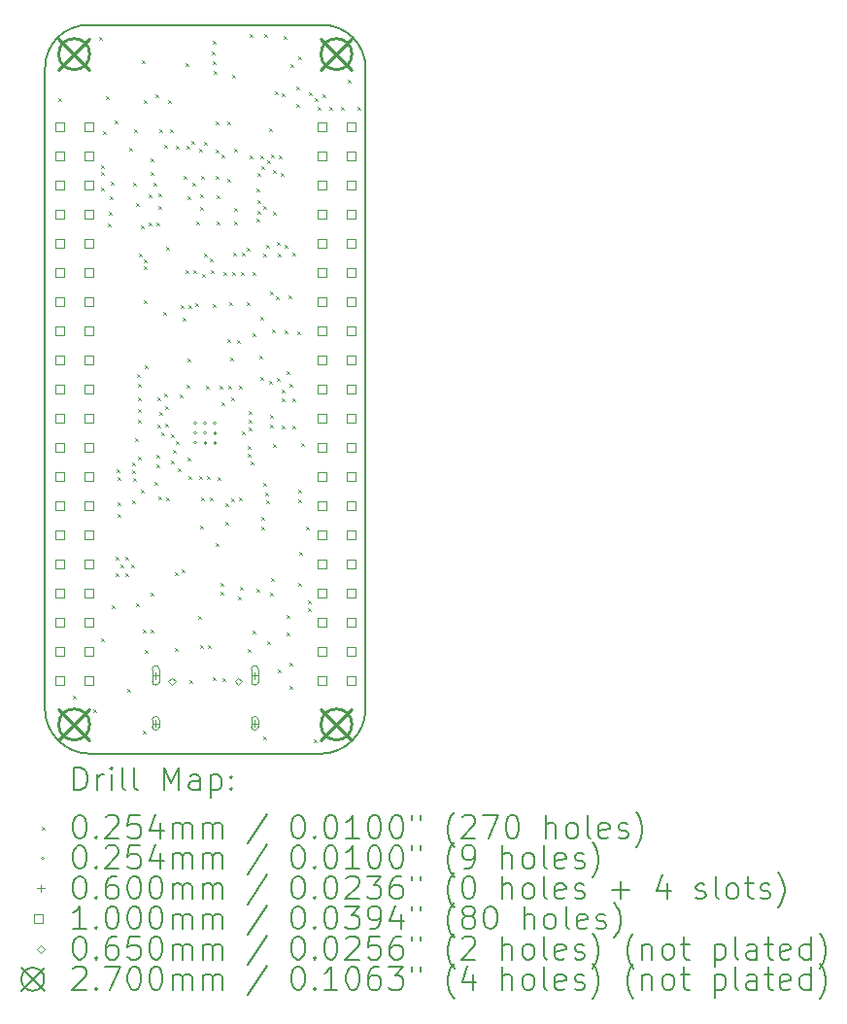
<source format=gbr>
%TF.GenerationSoftware,KiCad,Pcbnew,8.0.2*%
%TF.CreationDate,2025-02-02T23:53:03+05:30*%
%TF.ProjectId,pico2-ice,7069636f-322d-4696-9365-2e6b69636164,REV1*%
%TF.SameCoordinates,Original*%
%TF.FileFunction,Drillmap*%
%TF.FilePolarity,Positive*%
%FSLAX45Y45*%
G04 Gerber Fmt 4.5, Leading zero omitted, Abs format (unit mm)*
G04 Created by KiCad (PCBNEW 8.0.2) date 2025-02-02 23:53:03*
%MOMM*%
%LPD*%
G01*
G04 APERTURE LIST*
%ADD10C,0.127000*%
%ADD11C,0.200000*%
%ADD12C,0.100000*%
%ADD13C,0.270000*%
G04 APERTURE END LIST*
D10*
X8255000Y-13462000D02*
X6223000Y-13462000D01*
X8636000Y-7493000D02*
X8636000Y-13081000D01*
X6223000Y-7112000D02*
X8255000Y-7112000D01*
X5842000Y-13081000D02*
X5842000Y-7493000D01*
X6223000Y-13462000D02*
G75*
G02*
X5842000Y-13081000I10950J391950D01*
G01*
X5842000Y-7493000D02*
G75*
G02*
X6223000Y-7112000I375430J5570D01*
G01*
X8255000Y-7112000D02*
G75*
G02*
X8636000Y-7493000I5570J-375430D01*
G01*
X8636000Y-13081000D02*
G75*
G02*
X8255000Y-13462000I-391950J10950D01*
G01*
D11*
D12*
X5959872Y-7752887D02*
X5985272Y-7778287D01*
X5985272Y-7752887D02*
X5959872Y-7778287D01*
X6081792Y-12954807D02*
X6107192Y-12980207D01*
X6107192Y-12954807D02*
X6081792Y-12980207D01*
X6264672Y-13076727D02*
X6290072Y-13102127D01*
X6290072Y-13076727D02*
X6264672Y-13102127D01*
X6312872Y-7216207D02*
X6338272Y-7241607D01*
X6338272Y-7216207D02*
X6312872Y-7241607D01*
X6328172Y-8395507D02*
X6353572Y-8420907D01*
X6353572Y-8395507D02*
X6328172Y-8420907D01*
X6330712Y-8332007D02*
X6356112Y-8357407D01*
X6356112Y-8332007D02*
X6330712Y-8357407D01*
X6332872Y-12456207D02*
X6358272Y-12481607D01*
X6358272Y-12456207D02*
X6332872Y-12481607D01*
X6333252Y-8525047D02*
X6358652Y-8550447D01*
X6358652Y-8525047D02*
X6333252Y-8550447D01*
X6351032Y-8034827D02*
X6376432Y-8060227D01*
X6376432Y-8034827D02*
X6351032Y-8060227D01*
X6368812Y-7730027D02*
X6394212Y-7755427D01*
X6394212Y-7730027D02*
X6368812Y-7755427D01*
X6386592Y-8842547D02*
X6411992Y-8867947D01*
X6411992Y-8842547D02*
X6386592Y-8867947D01*
X6396752Y-8740947D02*
X6422152Y-8766347D01*
X6422152Y-8740947D02*
X6396752Y-8766347D01*
X6404372Y-8608867D02*
X6429772Y-8634267D01*
X6429772Y-8608867D02*
X6404372Y-8634267D01*
X6414012Y-8474007D02*
X6439412Y-8499407D01*
X6439412Y-8474007D02*
X6414012Y-8499407D01*
X6419612Y-12169947D02*
X6445012Y-12195347D01*
X6445012Y-12169947D02*
X6419612Y-12195347D01*
X6447552Y-7948467D02*
X6472952Y-7973867D01*
X6472952Y-7948467D02*
X6447552Y-7973867D01*
X6455172Y-11745767D02*
X6480572Y-11771167D01*
X6480572Y-11745767D02*
X6455172Y-11771167D01*
X6455172Y-11888007D02*
X6480572Y-11913407D01*
X6480572Y-11888007D02*
X6455172Y-11913407D01*
X6469721Y-10980536D02*
X6495121Y-11005936D01*
X6495121Y-10980536D02*
X6469721Y-11005936D01*
X6470412Y-11049807D02*
X6495812Y-11075207D01*
X6495812Y-11049807D02*
X6470412Y-11075207D01*
X6472872Y-11276207D02*
X6498272Y-11301607D01*
X6498272Y-11276207D02*
X6472872Y-11301607D01*
X6472872Y-11376207D02*
X6498272Y-11401607D01*
X6498272Y-11376207D02*
X6472872Y-11401607D01*
X6500892Y-11816887D02*
X6526292Y-11842287D01*
X6526292Y-11816887D02*
X6500892Y-11842287D01*
X6544072Y-11745767D02*
X6569472Y-11771167D01*
X6569472Y-11745767D02*
X6544072Y-11771167D01*
X6544072Y-11888007D02*
X6569472Y-11913407D01*
X6569472Y-11888007D02*
X6544072Y-11913407D01*
X6556772Y-12896387D02*
X6582172Y-12921787D01*
X6582172Y-12896387D02*
X6556772Y-12921787D01*
X6579632Y-8179607D02*
X6605032Y-8205007D01*
X6605032Y-8179607D02*
X6579632Y-8205007D01*
X6592332Y-11816887D02*
X6617732Y-11842287D01*
X6617732Y-11816887D02*
X6592332Y-11842287D01*
X6602872Y-11256207D02*
X6628272Y-11281607D01*
X6628272Y-11256207D02*
X6602872Y-11281607D01*
X6605032Y-10925347D02*
X6630432Y-10950747D01*
X6630432Y-10925347D02*
X6605032Y-10950747D01*
X6605032Y-10993927D02*
X6630432Y-11019327D01*
X6630432Y-10993927D02*
X6605032Y-11019327D01*
X6610112Y-11059967D02*
X6635512Y-11085367D01*
X6635512Y-11059967D02*
X6610112Y-11085367D01*
X6612652Y-8489487D02*
X6638052Y-8514887D01*
X6638052Y-8489487D02*
X6612652Y-8514887D01*
X6615192Y-8024667D02*
X6640592Y-8050067D01*
X6640592Y-8024667D02*
X6615192Y-8050067D01*
X6625352Y-10715300D02*
X6650752Y-10740700D01*
X6650752Y-10715300D02*
X6625352Y-10740700D01*
X6632872Y-12156207D02*
X6658272Y-12181607D01*
X6658272Y-12156207D02*
X6632872Y-12181607D01*
X6638052Y-8664747D02*
X6663452Y-8690147D01*
X6663452Y-8664747D02*
X6638052Y-8690147D01*
X6645672Y-10158267D02*
X6671072Y-10183667D01*
X6671072Y-10158267D02*
X6645672Y-10183667D01*
X6648212Y-10239547D02*
X6673612Y-10264947D01*
X6673612Y-10239547D02*
X6648212Y-10264947D01*
X6648212Y-10457987D02*
X6673612Y-10483387D01*
X6673612Y-10457987D02*
X6648212Y-10483387D01*
X6650752Y-10356387D02*
X6676152Y-10381787D01*
X6676152Y-10356387D02*
X6650752Y-10381787D01*
X6650752Y-10554507D02*
X6676152Y-10579907D01*
X6676152Y-10554507D02*
X6650752Y-10579907D01*
X6653292Y-10877087D02*
X6678692Y-10902487D01*
X6678692Y-10877087D02*
X6653292Y-10902487D01*
X6660912Y-9104167D02*
X6686312Y-9129567D01*
X6686312Y-9104167D02*
X6660912Y-9129567D01*
X6674206Y-11164702D02*
X6699606Y-11190102D01*
X6699606Y-11164702D02*
X6674206Y-11190102D01*
X6681232Y-8857787D02*
X6706632Y-8883187D01*
X6706632Y-8857787D02*
X6681232Y-8883187D01*
X6683772Y-7422687D02*
X6709172Y-7448087D01*
X6709172Y-7422687D02*
X6683772Y-7448087D01*
X6691392Y-13264687D02*
X6716792Y-13290087D01*
X6716792Y-13264687D02*
X6691392Y-13290087D01*
X6696472Y-12383307D02*
X6721872Y-12408707D01*
X6721872Y-12383307D02*
X6696472Y-12408707D01*
X6699012Y-7770667D02*
X6724412Y-7796067D01*
X6724412Y-7770667D02*
X6699012Y-7796067D01*
X6701552Y-9510567D02*
X6726952Y-9535967D01*
X6726952Y-9510567D02*
X6701552Y-9535967D01*
X6703099Y-9151628D02*
X6728499Y-9177028D01*
X6728499Y-9151628D02*
X6703099Y-9177028D01*
X6704092Y-9218467D02*
X6729492Y-9243867D01*
X6729492Y-9218467D02*
X6704092Y-9243867D01*
X6712872Y-10076987D02*
X6738272Y-10102387D01*
X6738272Y-10076987D02*
X6712872Y-10102387D01*
X6712872Y-12556207D02*
X6738272Y-12581607D01*
X6738272Y-12556207D02*
X6712872Y-12581607D01*
X6744732Y-8829847D02*
X6770132Y-8855247D01*
X6770132Y-8829847D02*
X6744732Y-8855247D01*
X6747272Y-8586007D02*
X6772672Y-8611407D01*
X6772672Y-8586007D02*
X6747272Y-8611407D01*
X6759972Y-12055647D02*
X6785372Y-12081047D01*
X6785372Y-12055647D02*
X6759972Y-12081047D01*
X6759972Y-12383307D02*
X6785372Y-12408707D01*
X6785372Y-12383307D02*
X6759972Y-12408707D01*
X6761933Y-8391006D02*
X6787333Y-8416406D01*
X6787333Y-8391006D02*
X6761933Y-8416406D01*
X6765052Y-8271047D02*
X6790452Y-8296447D01*
X6790452Y-8271047D02*
X6765052Y-8296447D01*
X6787912Y-8487207D02*
X6813312Y-8512607D01*
X6813312Y-8487207D02*
X6787912Y-8512607D01*
X6798024Y-11098067D02*
X6823424Y-11123467D01*
X6823424Y-11098067D02*
X6798024Y-11123467D01*
X6805692Y-7719867D02*
X6831092Y-7745267D01*
X6831092Y-7719867D02*
X6805692Y-7745267D01*
X6812606Y-10855033D02*
X6838006Y-10880433D01*
X6838006Y-10855033D02*
X6812606Y-10880433D01*
X6813312Y-8837467D02*
X6838712Y-8862867D01*
X6838712Y-8837467D02*
X6813312Y-8862867D01*
X6813312Y-10938047D02*
X6838712Y-10963447D01*
X6838712Y-10938047D02*
X6813312Y-10963447D01*
X6820932Y-10361467D02*
X6846332Y-10386867D01*
X6846332Y-10361467D02*
X6820932Y-10386867D01*
X6820932Y-10597687D02*
X6846332Y-10623087D01*
X6846332Y-10597687D02*
X6820932Y-10623087D01*
X6828552Y-8583467D02*
X6853952Y-8608867D01*
X6853952Y-8583467D02*
X6828552Y-8608867D01*
X6828552Y-8686407D02*
X6853952Y-8711807D01*
X6853952Y-8686407D02*
X6828552Y-8711807D01*
X6828552Y-11222527D02*
X6853952Y-11247927D01*
X6853952Y-11222527D02*
X6828552Y-11247927D01*
X6841252Y-8022127D02*
X6866652Y-8047527D01*
X6866652Y-8022127D02*
X6841252Y-8047527D01*
X6841252Y-10485927D02*
X6866652Y-10511327D01*
X6866652Y-10485927D02*
X6841252Y-10511327D01*
X6852872Y-10666207D02*
X6878272Y-10691607D01*
X6878272Y-10666207D02*
X6852872Y-10691607D01*
X6870786Y-9614122D02*
X6896186Y-9639522D01*
X6896186Y-9614122D02*
X6870786Y-9639522D01*
X6876812Y-10326207D02*
X6902212Y-10351607D01*
X6902212Y-10326207D02*
X6876812Y-10351607D01*
X6879012Y-8159627D02*
X6904412Y-8185027D01*
X6904412Y-8159627D02*
X6879012Y-8185027D01*
X6886972Y-10435127D02*
X6912372Y-10460527D01*
X6912372Y-10435127D02*
X6886972Y-10460527D01*
X6889212Y-10586207D02*
X6914612Y-10611607D01*
X6914612Y-10586207D02*
X6889212Y-10611607D01*
X6898514Y-9043207D02*
X6923914Y-9068607D01*
X6923914Y-9043207D02*
X6898514Y-9068607D01*
X6899672Y-11232687D02*
X6925072Y-11258087D01*
X6925072Y-11232687D02*
X6899672Y-11258087D01*
X6912372Y-7765587D02*
X6937772Y-7790987D01*
X6937772Y-7765587D02*
X6912372Y-7790987D01*
X6935232Y-8022127D02*
X6960632Y-8047527D01*
X6960632Y-8022127D02*
X6935232Y-8047527D01*
X6940312Y-10905027D02*
X6965712Y-10930427D01*
X6965712Y-10905027D02*
X6940312Y-10930427D01*
X6942872Y-10676207D02*
X6968272Y-10701607D01*
X6968272Y-10676207D02*
X6942872Y-10701607D01*
X6952872Y-10816207D02*
X6978272Y-10841607D01*
X6978272Y-10816207D02*
X6952872Y-10841607D01*
X6973332Y-11885467D02*
X6998732Y-11910867D01*
X6998732Y-11885467D02*
X6973332Y-11910867D01*
X6973332Y-12545867D02*
X6998732Y-12571267D01*
X6998732Y-12545867D02*
X6973332Y-12571267D01*
X6980952Y-8164367D02*
X7006352Y-8189767D01*
X7006352Y-8164367D02*
X6980952Y-8189767D01*
X6982872Y-10736207D02*
X7008272Y-10761607D01*
X7008272Y-10736207D02*
X6982872Y-10761607D01*
X7000580Y-10976147D02*
X7025980Y-11001547D01*
X7025980Y-10976147D02*
X7000580Y-11001547D01*
X7017152Y-10336207D02*
X7042552Y-10361607D01*
X7042552Y-10336207D02*
X7017152Y-10361607D01*
X7022872Y-9556207D02*
X7048272Y-9581607D01*
X7048272Y-9556207D02*
X7022872Y-9581607D01*
X7032872Y-11856207D02*
X7058272Y-11881607D01*
X7058272Y-11856207D02*
X7032872Y-11881607D01*
X7042872Y-9666207D02*
X7068272Y-9691607D01*
X7068272Y-9666207D02*
X7042872Y-9691607D01*
X7046992Y-8431067D02*
X7072392Y-8456467D01*
X7072392Y-8431067D02*
X7046992Y-8456467D01*
X7067312Y-7445547D02*
X7092712Y-7470947D01*
X7092712Y-7445547D02*
X7067312Y-7470947D01*
X7067312Y-9246207D02*
X7092712Y-9271607D01*
X7092712Y-9246207D02*
X7067312Y-9271607D01*
X7072392Y-8166907D02*
X7097792Y-8192307D01*
X7097792Y-8166907D02*
X7072392Y-8192307D01*
X7072872Y-10247167D02*
X7098272Y-10272567D01*
X7098272Y-10247167D02*
X7072872Y-10272567D01*
X7080012Y-10016207D02*
X7105412Y-10041607D01*
X7105412Y-10016207D02*
X7080012Y-10041607D01*
X7080012Y-10882167D02*
X7105412Y-10907567D01*
X7105412Y-10882167D02*
X7080012Y-10907567D01*
X7087632Y-8603787D02*
X7113032Y-8629187D01*
X7113032Y-8603787D02*
X7087632Y-8629187D01*
X7089458Y-9553626D02*
X7114858Y-9579026D01*
X7114858Y-9553626D02*
X7089458Y-9579026D01*
X7092020Y-11039647D02*
X7117420Y-11065047D01*
X7117420Y-11039647D02*
X7092020Y-11065047D01*
X7100332Y-12820187D02*
X7125732Y-12845587D01*
X7125732Y-12820187D02*
X7100332Y-12845587D01*
X7120652Y-8118647D02*
X7146052Y-8144047D01*
X7146052Y-8118647D02*
X7120652Y-8144047D01*
X7125732Y-8486947D02*
X7151132Y-8512347D01*
X7151132Y-8486947D02*
X7125732Y-8512347D01*
X7138432Y-9246407D02*
X7163832Y-9271807D01*
X7163832Y-9246407D02*
X7138432Y-9271807D01*
X7151132Y-9538507D02*
X7176532Y-9563907D01*
X7176532Y-9538507D02*
X7151132Y-9563907D01*
X7163832Y-8827307D02*
X7189232Y-8852707D01*
X7189232Y-8827307D02*
X7163832Y-8852707D01*
X7173992Y-12263927D02*
X7199392Y-12289327D01*
X7199392Y-12263927D02*
X7173992Y-12289327D01*
X7186001Y-8189076D02*
X7211401Y-8214476D01*
X7211401Y-8189076D02*
X7186001Y-8214476D01*
X7186692Y-11039647D02*
X7212092Y-11065047D01*
X7212092Y-11039647D02*
X7186692Y-11065047D01*
X7193851Y-12512847D02*
X7219251Y-12538247D01*
X7219251Y-12512847D02*
X7193851Y-12538247D01*
X7194312Y-8591087D02*
X7219712Y-8616487D01*
X7219712Y-8591087D02*
X7194312Y-8616487D01*
X7194312Y-8695227D02*
X7219712Y-8720627D01*
X7219712Y-8695227D02*
X7194312Y-8720627D01*
X7196852Y-11476527D02*
X7222252Y-11501927D01*
X7222252Y-11476527D02*
X7196852Y-11501927D01*
X7199392Y-8431067D02*
X7224792Y-8456467D01*
X7224792Y-8431067D02*
X7199392Y-8456467D01*
X7199392Y-11232687D02*
X7224792Y-11258087D01*
X7224792Y-11232687D02*
X7199392Y-11258087D01*
X7207012Y-9284507D02*
X7232412Y-9309907D01*
X7232412Y-9284507D02*
X7207012Y-9309907D01*
X7224792Y-8133887D02*
X7250192Y-8159287D01*
X7250192Y-8133887D02*
X7224792Y-8159287D01*
X7229872Y-9104167D02*
X7255272Y-9129567D01*
X7255272Y-9104167D02*
X7229872Y-9129567D01*
X7245112Y-10252247D02*
X7270512Y-10277647D01*
X7270512Y-10252247D02*
X7245112Y-10277647D01*
X7250137Y-11042291D02*
X7275537Y-11067691D01*
X7275537Y-11042291D02*
X7250137Y-11067691D01*
X7258748Y-12512847D02*
X7284148Y-12538247D01*
X7284148Y-12512847D02*
X7258748Y-12538247D01*
X7275592Y-11232687D02*
X7300992Y-11258087D01*
X7300992Y-11232687D02*
X7275592Y-11258087D01*
X7280672Y-9147347D02*
X7306072Y-9172747D01*
X7306072Y-9147347D02*
X7280672Y-9172747D01*
X7283212Y-9246407D02*
X7308612Y-9271807D01*
X7308612Y-9246407D02*
X7283212Y-9271807D01*
X7295912Y-7341407D02*
X7321312Y-7366807D01*
X7321312Y-7341407D02*
X7295912Y-7366807D01*
X7300992Y-7427767D02*
X7326392Y-7453167D01*
X7326392Y-7427767D02*
X7300992Y-7453167D01*
X7300992Y-12799867D02*
X7326392Y-12825267D01*
X7326392Y-12799867D02*
X7300992Y-12825267D01*
X7303532Y-7247427D02*
X7328932Y-7272827D01*
X7328932Y-7247427D02*
X7303532Y-7272827D01*
X7303532Y-9541047D02*
X7328932Y-9566447D01*
X7328932Y-9541047D02*
X7303532Y-9566447D01*
X7311152Y-7515270D02*
X7336552Y-7540670D01*
X7336552Y-7515270D02*
X7311152Y-7540670D01*
X7328932Y-8199927D02*
X7354332Y-8225327D01*
X7354332Y-8199927D02*
X7328932Y-8225327D01*
X7331472Y-8425987D02*
X7356872Y-8451387D01*
X7356872Y-8425987D02*
X7331472Y-8451387D01*
X7331472Y-11623847D02*
X7356872Y-11649247D01*
X7356872Y-11623847D02*
X7331472Y-11649247D01*
X7332945Y-7955055D02*
X7358345Y-7980455D01*
X7358345Y-7955055D02*
X7332945Y-7980455D01*
X7334012Y-8593627D02*
X7359412Y-8619027D01*
X7359412Y-8593627D02*
X7334012Y-8619027D01*
X7339092Y-8827307D02*
X7364492Y-8852707D01*
X7364492Y-8827307D02*
X7339092Y-8852707D01*
X7349252Y-11054887D02*
X7374652Y-11080287D01*
X7374652Y-11054887D02*
X7349252Y-11080287D01*
X7361952Y-10252247D02*
X7387352Y-10277647D01*
X7387352Y-10252247D02*
X7361952Y-10277647D01*
X7372112Y-11974367D02*
X7397512Y-11999767D01*
X7397512Y-11974367D02*
X7372112Y-11999767D01*
X7372112Y-12050567D02*
X7397512Y-12075967D01*
X7397512Y-12050567D02*
X7372112Y-12075967D01*
X7379472Y-8238371D02*
X7404872Y-8263771D01*
X7404872Y-8238371D02*
X7379472Y-8263771D01*
X7382872Y-10396207D02*
X7408272Y-10421607D01*
X7408272Y-10396207D02*
X7382872Y-10421607D01*
X7392432Y-12802407D02*
X7417832Y-12827807D01*
X7417832Y-12802407D02*
X7392432Y-12827807D01*
X7397512Y-9261647D02*
X7422912Y-9287047D01*
X7422912Y-9261647D02*
X7397512Y-9287047D01*
X7414601Y-11442816D02*
X7440001Y-11468216D01*
X7440001Y-11442816D02*
X7414601Y-11468216D01*
X7415292Y-11278407D02*
X7440692Y-11303807D01*
X7440692Y-11278407D02*
X7415292Y-11303807D01*
X7429465Y-7955055D02*
X7454865Y-7980455D01*
X7454865Y-7955055D02*
X7429465Y-7980455D01*
X7430532Y-8456467D02*
X7455932Y-8481867D01*
X7455932Y-8456467D02*
X7430532Y-8481867D01*
X7432872Y-9846207D02*
X7458272Y-9871607D01*
X7458272Y-9846207D02*
X7432872Y-9871607D01*
X7443232Y-10252247D02*
X7468632Y-10277647D01*
X7468632Y-10252247D02*
X7443232Y-10277647D01*
X7450852Y-9528347D02*
X7476252Y-9553747D01*
X7476252Y-9528347D02*
X7450852Y-9553747D01*
X7459212Y-10011365D02*
X7484612Y-10036765D01*
X7484612Y-10011365D02*
X7459212Y-10036765D01*
X7466092Y-10353847D02*
X7491492Y-10379247D01*
X7491492Y-10353847D02*
X7466092Y-10379247D01*
X7466536Y-11240188D02*
X7491936Y-11265588D01*
X7491936Y-11240188D02*
X7466536Y-11265588D01*
X7471172Y-7549687D02*
X7496572Y-7575087D01*
X7496572Y-7549687D02*
X7471172Y-7575087D01*
X7471172Y-9261647D02*
X7496572Y-9287047D01*
X7496572Y-9261647D02*
X7471172Y-9287047D01*
X7481332Y-9096547D02*
X7506732Y-9121947D01*
X7506732Y-9096547D02*
X7481332Y-9121947D01*
X7488952Y-8192307D02*
X7514352Y-8217707D01*
X7514352Y-8192307D02*
X7488952Y-8217707D01*
X7491492Y-8705387D02*
X7516892Y-8730787D01*
X7516892Y-8705387D02*
X7491492Y-8730787D01*
X7491492Y-8827307D02*
X7516892Y-8852707D01*
X7516892Y-8827307D02*
X7491492Y-8852707D01*
X7512872Y-9856207D02*
X7538272Y-9881607D01*
X7538272Y-9856207D02*
X7512872Y-9881607D01*
X7521972Y-12091207D02*
X7547372Y-12116607D01*
X7547372Y-12091207D02*
X7521972Y-12116607D01*
X7529592Y-10252247D02*
X7554992Y-10277647D01*
X7554992Y-10252247D02*
X7529592Y-10277647D01*
X7529592Y-11232687D02*
X7554992Y-11258087D01*
X7554992Y-11232687D02*
X7529592Y-11258087D01*
X7544832Y-12004847D02*
X7570232Y-12030247D01*
X7570232Y-12004847D02*
X7544832Y-12030247D01*
X7552452Y-9266727D02*
X7577852Y-9292127D01*
X7577852Y-9266727D02*
X7552452Y-9292127D01*
X7554992Y-10656107D02*
X7580392Y-10681507D01*
X7580392Y-10656107D02*
X7554992Y-10681507D01*
X7557532Y-9094007D02*
X7582932Y-9119407D01*
X7582932Y-9094007D02*
X7557532Y-9119407D01*
X7600712Y-9528347D02*
X7626112Y-9553747D01*
X7626112Y-9528347D02*
X7600712Y-9553747D01*
X7604091Y-9050827D02*
X7629491Y-9076227D01*
X7629491Y-9050827D02*
X7604091Y-9076227D01*
X7606331Y-10782852D02*
X7631731Y-10808252D01*
X7631731Y-10782852D02*
X7606331Y-10808252D01*
X7606331Y-10847749D02*
X7631731Y-10873149D01*
X7631731Y-10847749D02*
X7606331Y-10873149D01*
X7610872Y-12550947D02*
X7636272Y-12576347D01*
X7636272Y-12550947D02*
X7610872Y-12576347D01*
X7618492Y-10554507D02*
X7643892Y-10579907D01*
X7643892Y-10554507D02*
X7618492Y-10579907D01*
X7621032Y-10475767D02*
X7646432Y-10501167D01*
X7646432Y-10475767D02*
X7621032Y-10501167D01*
X7621032Y-10620547D02*
X7646432Y-10645947D01*
X7646432Y-10620547D02*
X7621032Y-10645947D01*
X7623572Y-7188200D02*
X7648972Y-7213600D01*
X7648972Y-7188200D02*
X7623572Y-7213600D01*
X7626112Y-8250727D02*
X7651512Y-8276127D01*
X7651512Y-8250727D02*
X7626112Y-8276127D01*
X7631192Y-10917727D02*
X7656592Y-10943127D01*
X7656592Y-10917727D02*
X7631192Y-10943127D01*
X7647152Y-9266207D02*
X7672552Y-9291607D01*
X7672552Y-9266207D02*
X7647152Y-9291607D01*
X7648972Y-12393467D02*
X7674372Y-12418867D01*
X7674372Y-12393467D02*
X7648972Y-12418867D01*
X7651512Y-9796207D02*
X7676912Y-9821607D01*
X7676912Y-9796207D02*
X7651512Y-9821607D01*
X7684532Y-8536407D02*
X7709932Y-8561807D01*
X7709932Y-8536407D02*
X7684532Y-8561807D01*
X7688342Y-12026437D02*
X7713742Y-12051837D01*
X7713742Y-12026437D02*
X7688342Y-12051837D01*
X7688805Y-8798335D02*
X7714205Y-8823735D01*
X7714205Y-8798335D02*
X7688805Y-8823735D01*
X7689612Y-8398047D02*
X7715012Y-8423447D01*
X7715012Y-8398047D02*
X7689612Y-8423447D01*
X7689612Y-8733327D02*
X7715012Y-8758727D01*
X7715012Y-8733327D02*
X7689612Y-8758727D01*
X7691345Y-8640855D02*
X7716745Y-8666255D01*
X7716745Y-8640855D02*
X7691345Y-8666255D01*
X7709932Y-9993167D02*
X7735332Y-10018567D01*
X7735332Y-9993167D02*
X7709932Y-10018567D01*
X7715012Y-10181127D02*
X7740412Y-10206527D01*
X7740412Y-10181127D02*
X7715012Y-10206527D01*
X7717872Y-9651207D02*
X7743272Y-9676607D01*
X7743272Y-9651207D02*
X7717872Y-9676607D01*
X7722632Y-8245647D02*
X7748032Y-8271047D01*
X7748032Y-8245647D02*
X7722632Y-8271047D01*
X7725172Y-8339627D02*
X7750572Y-8365027D01*
X7750572Y-8339627D02*
X7725172Y-8365027D01*
X7727712Y-11400327D02*
X7753112Y-11425727D01*
X7753112Y-11400327D02*
X7727712Y-11425727D01*
X7727712Y-11484147D02*
X7753112Y-11509547D01*
X7753112Y-11484147D02*
X7727712Y-11509547D01*
X7742872Y-11106207D02*
X7768272Y-11131607D01*
X7768272Y-11106207D02*
X7742872Y-11131607D01*
X7742952Y-13310407D02*
X7768352Y-13335807D01*
X7768352Y-13310407D02*
X7742952Y-13335807D01*
X7747923Y-9101120D02*
X7773323Y-9126520D01*
X7773323Y-9101120D02*
X7747923Y-9126520D01*
X7748032Y-8687607D02*
X7773432Y-8713007D01*
X7773432Y-8687607D02*
X7748032Y-8713007D01*
X7753112Y-7189007D02*
X7778512Y-7214407D01*
X7778512Y-7189007D02*
X7753112Y-7214407D01*
X7763272Y-11189507D02*
X7788672Y-11214907D01*
X7788672Y-11189507D02*
X7763272Y-11214907D01*
X7765812Y-11255547D02*
X7791212Y-11280947D01*
X7791212Y-11255547D02*
X7765812Y-11280947D01*
X7769852Y-9026207D02*
X7795252Y-9051607D01*
X7795252Y-9026207D02*
X7769852Y-9051607D01*
X7778512Y-12482367D02*
X7803912Y-12507767D01*
X7803912Y-12482367D02*
X7778512Y-12507767D01*
X7781052Y-8293907D02*
X7806452Y-8319307D01*
X7806452Y-8293907D02*
X7781052Y-8319307D01*
X7796292Y-8009427D02*
X7821692Y-8034827D01*
X7821692Y-8009427D02*
X7796292Y-8034827D01*
X7796292Y-10216687D02*
X7821692Y-10242087D01*
X7821692Y-10216687D02*
X7796292Y-10242087D01*
X7803912Y-10513867D02*
X7829312Y-10539267D01*
X7829312Y-10513867D02*
X7803912Y-10539267D01*
X7803912Y-10595147D02*
X7829312Y-10620547D01*
X7829312Y-10595147D02*
X7803912Y-10620547D01*
X7803912Y-12055647D02*
X7829312Y-12081047D01*
X7829312Y-12055647D02*
X7803912Y-12081047D01*
X7807328Y-9437519D02*
X7832728Y-9462919D01*
X7832728Y-9437519D02*
X7807328Y-9462919D01*
X7808992Y-11928647D02*
X7834392Y-11954047D01*
X7834392Y-11928647D02*
X7808992Y-11954047D01*
X7814072Y-8238027D02*
X7839472Y-8263427D01*
X7839472Y-8238027D02*
X7814072Y-8263427D01*
X7824232Y-9764567D02*
X7849632Y-9789967D01*
X7849632Y-9764567D02*
X7824232Y-9789967D01*
X7826772Y-8743487D02*
X7852172Y-8768887D01*
X7852172Y-8743487D02*
X7826772Y-8768887D01*
X7827351Y-8378306D02*
X7852751Y-8403706D01*
X7852751Y-8378306D02*
X7827351Y-8403706D01*
X7829312Y-10765327D02*
X7854712Y-10790727D01*
X7854712Y-10765327D02*
X7829312Y-10790727D01*
X7845054Y-7694467D02*
X7870454Y-7719867D01*
X7870454Y-7694467D02*
X7845054Y-7719867D01*
X7855971Y-9480444D02*
X7881371Y-9505844D01*
X7881371Y-9480444D02*
X7855971Y-9505844D01*
X7861292Y-9006207D02*
X7886692Y-9031607D01*
X7886692Y-9006207D02*
X7861292Y-9031607D01*
X7864872Y-10186207D02*
X7890272Y-10211607D01*
X7890272Y-10186207D02*
X7864872Y-10211607D01*
X7869952Y-12726207D02*
X7895352Y-12751607D01*
X7895352Y-12726207D02*
X7869952Y-12751607D01*
X7872872Y-9106207D02*
X7898272Y-9131607D01*
X7898272Y-9106207D02*
X7872872Y-9131607D01*
X7876966Y-8246777D02*
X7902366Y-8272177D01*
X7902366Y-8246777D02*
X7876966Y-8272177D01*
X7895352Y-8398047D02*
X7920752Y-8423447D01*
X7920752Y-8398047D02*
X7895352Y-8423447D01*
X7902972Y-10290347D02*
X7928372Y-10315747D01*
X7928372Y-10290347D02*
X7902972Y-10315747D01*
X7902972Y-10364007D02*
X7928372Y-10389407D01*
X7928372Y-10364007D02*
X7902972Y-10389407D01*
X7902972Y-10600227D02*
X7928372Y-10625627D01*
X7928372Y-10600227D02*
X7902972Y-10625627D01*
X7906633Y-7709968D02*
X7932033Y-7735368D01*
X7932033Y-7709968D02*
X7906633Y-7735368D01*
X7923292Y-7211867D02*
X7948692Y-7237267D01*
X7948692Y-7211867D02*
X7923292Y-7237267D01*
X7928372Y-9774727D02*
X7953772Y-9800127D01*
X7953772Y-9774727D02*
X7928372Y-9800127D01*
X7932872Y-9026207D02*
X7958272Y-9051607D01*
X7958272Y-9026207D02*
X7932872Y-9051607D01*
X7946152Y-12253767D02*
X7971552Y-12279167D01*
X7971552Y-12253767D02*
X7946152Y-12279167D01*
X7948692Y-12408707D02*
X7974092Y-12434107D01*
X7974092Y-12408707D02*
X7948692Y-12434107D01*
X7951232Y-10127787D02*
X7976632Y-10153187D01*
X7976632Y-10127787D02*
X7951232Y-10153187D01*
X7967872Y-9471207D02*
X7993272Y-9496607D01*
X7993272Y-9471207D02*
X7967872Y-9496607D01*
X7969012Y-10237007D02*
X7994412Y-10262407D01*
X7994412Y-10237007D02*
X7969012Y-10262407D01*
X7971552Y-12670327D02*
X7996952Y-12695727D01*
X7996952Y-12670327D02*
X7971552Y-12695727D01*
X7976632Y-12873527D02*
X8002032Y-12898927D01*
X8002032Y-12873527D02*
X7976632Y-12898927D01*
X7981712Y-7455707D02*
X8007112Y-7481107D01*
X8007112Y-7455707D02*
X7981712Y-7481107D01*
X7999492Y-10369087D02*
X8024892Y-10394487D01*
X8024892Y-10369087D02*
X7999492Y-10394487D01*
X7999492Y-10602767D02*
X8024892Y-10628167D01*
X8024892Y-10602767D02*
X7999492Y-10628167D01*
X8000972Y-9096207D02*
X8026372Y-9121607D01*
X8026372Y-9096207D02*
X8000972Y-9121607D01*
X8029972Y-7648747D02*
X8055372Y-7674147D01*
X8055372Y-7648747D02*
X8029972Y-7674147D01*
X8032512Y-7798607D02*
X8057912Y-7824007D01*
X8057912Y-7798607D02*
X8032512Y-7824007D01*
X8037592Y-9784887D02*
X8062992Y-9810287D01*
X8062992Y-9784887D02*
X8037592Y-9810287D01*
X8050292Y-11245387D02*
X8075692Y-11270787D01*
X8075692Y-11245387D02*
X8050292Y-11270787D01*
X8050292Y-11976907D02*
X8075692Y-12002307D01*
X8075692Y-11976907D02*
X8050292Y-12002307D01*
X8052832Y-11159027D02*
X8078232Y-11184427D01*
X8078232Y-11159027D02*
X8052832Y-11184427D01*
X8052872Y-7386207D02*
X8078272Y-7411607D01*
X8078272Y-7386207D02*
X8052872Y-7411607D01*
X8057912Y-11707667D02*
X8083312Y-11733067D01*
X8083312Y-11707667D02*
X8057912Y-11733067D01*
X8073152Y-10752627D02*
X8098552Y-10778027D01*
X8098552Y-10752627D02*
X8073152Y-10778027D01*
X8116332Y-11484147D02*
X8141732Y-11509547D01*
X8141732Y-11484147D02*
X8116332Y-11509547D01*
X8134112Y-12126767D02*
X8159512Y-12152167D01*
X8159512Y-12126767D02*
X8134112Y-12152167D01*
X8134112Y-12195347D02*
X8159512Y-12220747D01*
X8159512Y-12195347D02*
X8134112Y-12220747D01*
X8144272Y-7697007D02*
X8169672Y-7722407D01*
X8169672Y-7697007D02*
X8144272Y-7722407D01*
X8184912Y-13335807D02*
X8210312Y-13361207D01*
X8210312Y-13335807D02*
X8184912Y-13361207D01*
X8189992Y-7750347D02*
X8215392Y-7775747D01*
X8215392Y-7750347D02*
X8189992Y-7775747D01*
X8220472Y-7826547D02*
X8245872Y-7851947D01*
X8245872Y-7826547D02*
X8220472Y-7851947D01*
X8261112Y-7712247D02*
X8286512Y-7737647D01*
X8286512Y-7712247D02*
X8261112Y-7737647D01*
X8319532Y-7826547D02*
X8344932Y-7851947D01*
X8344932Y-7826547D02*
X8319532Y-7851947D01*
X8423672Y-7829087D02*
X8449072Y-7854487D01*
X8449072Y-7829087D02*
X8423672Y-7854487D01*
X8484632Y-7585247D02*
X8510032Y-7610647D01*
X8510032Y-7585247D02*
X8484632Y-7610647D01*
X8563372Y-7829087D02*
X8588772Y-7854487D01*
X8588772Y-7829087D02*
X8563372Y-7854487D01*
X7166700Y-10583000D02*
G75*
G02*
X7141300Y-10583000I-12700J0D01*
G01*
X7141300Y-10583000D02*
G75*
G02*
X7166700Y-10583000I12700J0D01*
G01*
X7166700Y-10668000D02*
G75*
G02*
X7141300Y-10668000I-12700J0D01*
G01*
X7141300Y-10668000D02*
G75*
G02*
X7166700Y-10668000I12700J0D01*
G01*
X7166700Y-10753000D02*
G75*
G02*
X7141300Y-10753000I-12700J0D01*
G01*
X7141300Y-10753000D02*
G75*
G02*
X7166700Y-10753000I12700J0D01*
G01*
X7251700Y-10583000D02*
G75*
G02*
X7226300Y-10583000I-12700J0D01*
G01*
X7226300Y-10583000D02*
G75*
G02*
X7251700Y-10583000I12700J0D01*
G01*
X7251700Y-10668000D02*
G75*
G02*
X7226300Y-10668000I-12700J0D01*
G01*
X7226300Y-10668000D02*
G75*
G02*
X7251700Y-10668000I12700J0D01*
G01*
X7251700Y-10753000D02*
G75*
G02*
X7226300Y-10753000I-12700J0D01*
G01*
X7226300Y-10753000D02*
G75*
G02*
X7251700Y-10753000I12700J0D01*
G01*
X7336700Y-10583000D02*
G75*
G02*
X7311300Y-10583000I-12700J0D01*
G01*
X7311300Y-10583000D02*
G75*
G02*
X7336700Y-10583000I12700J0D01*
G01*
X7336700Y-10668000D02*
G75*
G02*
X7311300Y-10668000I-12700J0D01*
G01*
X7311300Y-10668000D02*
G75*
G02*
X7336700Y-10668000I12700J0D01*
G01*
X7336700Y-10753000D02*
G75*
G02*
X7311300Y-10753000I-12700J0D01*
G01*
X7311300Y-10753000D02*
G75*
G02*
X7336700Y-10753000I12700J0D01*
G01*
X6807000Y-12750700D02*
X6807000Y-12810700D01*
X6777000Y-12780700D02*
X6837000Y-12780700D01*
X6777000Y-12725700D02*
X6777000Y-12835700D01*
X6837000Y-12835700D02*
G75*
G02*
X6777000Y-12835700I-30000J0D01*
G01*
X6837000Y-12835700D02*
X6837000Y-12725700D01*
X6837000Y-12725700D02*
G75*
G03*
X6777000Y-12725700I-30000J0D01*
G01*
X6807000Y-13168700D02*
X6807000Y-13228700D01*
X6777000Y-13198700D02*
X6837000Y-13198700D01*
X6777000Y-13168700D02*
X6777000Y-13228700D01*
X6837000Y-13228700D02*
G75*
G02*
X6777000Y-13228700I-30000J0D01*
G01*
X6837000Y-13228700D02*
X6837000Y-13168700D01*
X6837000Y-13168700D02*
G75*
G03*
X6777000Y-13168700I-30000J0D01*
G01*
X7671000Y-12750700D02*
X7671000Y-12810700D01*
X7641000Y-12780700D02*
X7701000Y-12780700D01*
X7641000Y-12725700D02*
X7641000Y-12835700D01*
X7701000Y-12835700D02*
G75*
G02*
X7641000Y-12835700I-30000J0D01*
G01*
X7701000Y-12835700D02*
X7701000Y-12725700D01*
X7701000Y-12725700D02*
G75*
G03*
X7641000Y-12725700I-30000J0D01*
G01*
X7671000Y-13168700D02*
X7671000Y-13228700D01*
X7641000Y-13198700D02*
X7701000Y-13198700D01*
X7641000Y-13168700D02*
X7641000Y-13228700D01*
X7701000Y-13228700D02*
G75*
G02*
X7641000Y-13228700I-30000J0D01*
G01*
X7701000Y-13228700D02*
X7701000Y-13168700D01*
X7701000Y-13168700D02*
G75*
G03*
X7641000Y-13168700I-30000J0D01*
G01*
X6004356Y-8036356D02*
X6004356Y-7965644D01*
X5933644Y-7965644D01*
X5933644Y-8036356D01*
X6004356Y-8036356D01*
X6004356Y-8290356D02*
X6004356Y-8219644D01*
X5933644Y-8219644D01*
X5933644Y-8290356D01*
X6004356Y-8290356D01*
X6004356Y-8544356D02*
X6004356Y-8473644D01*
X5933644Y-8473644D01*
X5933644Y-8544356D01*
X6004356Y-8544356D01*
X6004356Y-8798356D02*
X6004356Y-8727644D01*
X5933644Y-8727644D01*
X5933644Y-8798356D01*
X6004356Y-8798356D01*
X6004356Y-9052356D02*
X6004356Y-8981644D01*
X5933644Y-8981644D01*
X5933644Y-9052356D01*
X6004356Y-9052356D01*
X6004356Y-9306356D02*
X6004356Y-9235644D01*
X5933644Y-9235644D01*
X5933644Y-9306356D01*
X6004356Y-9306356D01*
X6004356Y-9560356D02*
X6004356Y-9489644D01*
X5933644Y-9489644D01*
X5933644Y-9560356D01*
X6004356Y-9560356D01*
X6004356Y-9814356D02*
X6004356Y-9743644D01*
X5933644Y-9743644D01*
X5933644Y-9814356D01*
X6004356Y-9814356D01*
X6004356Y-10068356D02*
X6004356Y-9997644D01*
X5933644Y-9997644D01*
X5933644Y-10068356D01*
X6004356Y-10068356D01*
X6004356Y-10322356D02*
X6004356Y-10251644D01*
X5933644Y-10251644D01*
X5933644Y-10322356D01*
X6004356Y-10322356D01*
X6004356Y-10576356D02*
X6004356Y-10505644D01*
X5933644Y-10505644D01*
X5933644Y-10576356D01*
X6004356Y-10576356D01*
X6004356Y-10830356D02*
X6004356Y-10759644D01*
X5933644Y-10759644D01*
X5933644Y-10830356D01*
X6004356Y-10830356D01*
X6004356Y-11084356D02*
X6004356Y-11013644D01*
X5933644Y-11013644D01*
X5933644Y-11084356D01*
X6004356Y-11084356D01*
X6004356Y-11338356D02*
X6004356Y-11267644D01*
X5933644Y-11267644D01*
X5933644Y-11338356D01*
X6004356Y-11338356D01*
X6004356Y-11592356D02*
X6004356Y-11521644D01*
X5933644Y-11521644D01*
X5933644Y-11592356D01*
X6004356Y-11592356D01*
X6004356Y-11846356D02*
X6004356Y-11775644D01*
X5933644Y-11775644D01*
X5933644Y-11846356D01*
X6004356Y-11846356D01*
X6004356Y-12100356D02*
X6004356Y-12029644D01*
X5933644Y-12029644D01*
X5933644Y-12100356D01*
X6004356Y-12100356D01*
X6004356Y-12354356D02*
X6004356Y-12283644D01*
X5933644Y-12283644D01*
X5933644Y-12354356D01*
X6004356Y-12354356D01*
X6004356Y-12608356D02*
X6004356Y-12537644D01*
X5933644Y-12537644D01*
X5933644Y-12608356D01*
X6004356Y-12608356D01*
X6004356Y-12862356D02*
X6004356Y-12791644D01*
X5933644Y-12791644D01*
X5933644Y-12862356D01*
X6004356Y-12862356D01*
X6258356Y-8036356D02*
X6258356Y-7965644D01*
X6187644Y-7965644D01*
X6187644Y-8036356D01*
X6258356Y-8036356D01*
X6258356Y-8290356D02*
X6258356Y-8219644D01*
X6187644Y-8219644D01*
X6187644Y-8290356D01*
X6258356Y-8290356D01*
X6258356Y-8544356D02*
X6258356Y-8473644D01*
X6187644Y-8473644D01*
X6187644Y-8544356D01*
X6258356Y-8544356D01*
X6258356Y-8798356D02*
X6258356Y-8727644D01*
X6187644Y-8727644D01*
X6187644Y-8798356D01*
X6258356Y-8798356D01*
X6258356Y-9052356D02*
X6258356Y-8981644D01*
X6187644Y-8981644D01*
X6187644Y-9052356D01*
X6258356Y-9052356D01*
X6258356Y-9306356D02*
X6258356Y-9235644D01*
X6187644Y-9235644D01*
X6187644Y-9306356D01*
X6258356Y-9306356D01*
X6258356Y-9560356D02*
X6258356Y-9489644D01*
X6187644Y-9489644D01*
X6187644Y-9560356D01*
X6258356Y-9560356D01*
X6258356Y-9814356D02*
X6258356Y-9743644D01*
X6187644Y-9743644D01*
X6187644Y-9814356D01*
X6258356Y-9814356D01*
X6258356Y-10068356D02*
X6258356Y-9997644D01*
X6187644Y-9997644D01*
X6187644Y-10068356D01*
X6258356Y-10068356D01*
X6258356Y-10322356D02*
X6258356Y-10251644D01*
X6187644Y-10251644D01*
X6187644Y-10322356D01*
X6258356Y-10322356D01*
X6258356Y-10576356D02*
X6258356Y-10505644D01*
X6187644Y-10505644D01*
X6187644Y-10576356D01*
X6258356Y-10576356D01*
X6258356Y-10830356D02*
X6258356Y-10759644D01*
X6187644Y-10759644D01*
X6187644Y-10830356D01*
X6258356Y-10830356D01*
X6258356Y-11084356D02*
X6258356Y-11013644D01*
X6187644Y-11013644D01*
X6187644Y-11084356D01*
X6258356Y-11084356D01*
X6258356Y-11338356D02*
X6258356Y-11267644D01*
X6187644Y-11267644D01*
X6187644Y-11338356D01*
X6258356Y-11338356D01*
X6258356Y-11592356D02*
X6258356Y-11521644D01*
X6187644Y-11521644D01*
X6187644Y-11592356D01*
X6258356Y-11592356D01*
X6258356Y-11846356D02*
X6258356Y-11775644D01*
X6187644Y-11775644D01*
X6187644Y-11846356D01*
X6258356Y-11846356D01*
X6258356Y-12100356D02*
X6258356Y-12029644D01*
X6187644Y-12029644D01*
X6187644Y-12100356D01*
X6258356Y-12100356D01*
X6258356Y-12354356D02*
X6258356Y-12283644D01*
X6187644Y-12283644D01*
X6187644Y-12354356D01*
X6258356Y-12354356D01*
X6258356Y-12608356D02*
X6258356Y-12537644D01*
X6187644Y-12537644D01*
X6187644Y-12608356D01*
X6258356Y-12608356D01*
X6258356Y-12862356D02*
X6258356Y-12791644D01*
X6187644Y-12791644D01*
X6187644Y-12862356D01*
X6258356Y-12862356D01*
X8290356Y-8036356D02*
X8290356Y-7965644D01*
X8219644Y-7965644D01*
X8219644Y-8036356D01*
X8290356Y-8036356D01*
X8290356Y-8290356D02*
X8290356Y-8219644D01*
X8219644Y-8219644D01*
X8219644Y-8290356D01*
X8290356Y-8290356D01*
X8290356Y-8544356D02*
X8290356Y-8473644D01*
X8219644Y-8473644D01*
X8219644Y-8544356D01*
X8290356Y-8544356D01*
X8290356Y-8798356D02*
X8290356Y-8727644D01*
X8219644Y-8727644D01*
X8219644Y-8798356D01*
X8290356Y-8798356D01*
X8290356Y-9052356D02*
X8290356Y-8981644D01*
X8219644Y-8981644D01*
X8219644Y-9052356D01*
X8290356Y-9052356D01*
X8290356Y-9306356D02*
X8290356Y-9235644D01*
X8219644Y-9235644D01*
X8219644Y-9306356D01*
X8290356Y-9306356D01*
X8290356Y-9560356D02*
X8290356Y-9489644D01*
X8219644Y-9489644D01*
X8219644Y-9560356D01*
X8290356Y-9560356D01*
X8290356Y-9814356D02*
X8290356Y-9743644D01*
X8219644Y-9743644D01*
X8219644Y-9814356D01*
X8290356Y-9814356D01*
X8290356Y-10068356D02*
X8290356Y-9997644D01*
X8219644Y-9997644D01*
X8219644Y-10068356D01*
X8290356Y-10068356D01*
X8290356Y-10322356D02*
X8290356Y-10251644D01*
X8219644Y-10251644D01*
X8219644Y-10322356D01*
X8290356Y-10322356D01*
X8290356Y-10576356D02*
X8290356Y-10505644D01*
X8219644Y-10505644D01*
X8219644Y-10576356D01*
X8290356Y-10576356D01*
X8290356Y-10830356D02*
X8290356Y-10759644D01*
X8219644Y-10759644D01*
X8219644Y-10830356D01*
X8290356Y-10830356D01*
X8290356Y-11084356D02*
X8290356Y-11013644D01*
X8219644Y-11013644D01*
X8219644Y-11084356D01*
X8290356Y-11084356D01*
X8290356Y-11338356D02*
X8290356Y-11267644D01*
X8219644Y-11267644D01*
X8219644Y-11338356D01*
X8290356Y-11338356D01*
X8290356Y-11592356D02*
X8290356Y-11521644D01*
X8219644Y-11521644D01*
X8219644Y-11592356D01*
X8290356Y-11592356D01*
X8290356Y-11846356D02*
X8290356Y-11775644D01*
X8219644Y-11775644D01*
X8219644Y-11846356D01*
X8290356Y-11846356D01*
X8290356Y-12100356D02*
X8290356Y-12029644D01*
X8219644Y-12029644D01*
X8219644Y-12100356D01*
X8290356Y-12100356D01*
X8290356Y-12354356D02*
X8290356Y-12283644D01*
X8219644Y-12283644D01*
X8219644Y-12354356D01*
X8290356Y-12354356D01*
X8290356Y-12608356D02*
X8290356Y-12537644D01*
X8219644Y-12537644D01*
X8219644Y-12608356D01*
X8290356Y-12608356D01*
X8290356Y-12862356D02*
X8290356Y-12791644D01*
X8219644Y-12791644D01*
X8219644Y-12862356D01*
X8290356Y-12862356D01*
X8544356Y-8036356D02*
X8544356Y-7965644D01*
X8473644Y-7965644D01*
X8473644Y-8036356D01*
X8544356Y-8036356D01*
X8544356Y-8290356D02*
X8544356Y-8219644D01*
X8473644Y-8219644D01*
X8473644Y-8290356D01*
X8544356Y-8290356D01*
X8544356Y-8544356D02*
X8544356Y-8473644D01*
X8473644Y-8473644D01*
X8473644Y-8544356D01*
X8544356Y-8544356D01*
X8544356Y-8798356D02*
X8544356Y-8727644D01*
X8473644Y-8727644D01*
X8473644Y-8798356D01*
X8544356Y-8798356D01*
X8544356Y-9052356D02*
X8544356Y-8981644D01*
X8473644Y-8981644D01*
X8473644Y-9052356D01*
X8544356Y-9052356D01*
X8544356Y-9306356D02*
X8544356Y-9235644D01*
X8473644Y-9235644D01*
X8473644Y-9306356D01*
X8544356Y-9306356D01*
X8544356Y-9560356D02*
X8544356Y-9489644D01*
X8473644Y-9489644D01*
X8473644Y-9560356D01*
X8544356Y-9560356D01*
X8544356Y-9814356D02*
X8544356Y-9743644D01*
X8473644Y-9743644D01*
X8473644Y-9814356D01*
X8544356Y-9814356D01*
X8544356Y-10068356D02*
X8544356Y-9997644D01*
X8473644Y-9997644D01*
X8473644Y-10068356D01*
X8544356Y-10068356D01*
X8544356Y-10322356D02*
X8544356Y-10251644D01*
X8473644Y-10251644D01*
X8473644Y-10322356D01*
X8544356Y-10322356D01*
X8544356Y-10576356D02*
X8544356Y-10505644D01*
X8473644Y-10505644D01*
X8473644Y-10576356D01*
X8544356Y-10576356D01*
X8544356Y-10830356D02*
X8544356Y-10759644D01*
X8473644Y-10759644D01*
X8473644Y-10830356D01*
X8544356Y-10830356D01*
X8544356Y-11084356D02*
X8544356Y-11013644D01*
X8473644Y-11013644D01*
X8473644Y-11084356D01*
X8544356Y-11084356D01*
X8544356Y-11338356D02*
X8544356Y-11267644D01*
X8473644Y-11267644D01*
X8473644Y-11338356D01*
X8544356Y-11338356D01*
X8544356Y-11592356D02*
X8544356Y-11521644D01*
X8473644Y-11521644D01*
X8473644Y-11592356D01*
X8544356Y-11592356D01*
X8544356Y-11846356D02*
X8544356Y-11775644D01*
X8473644Y-11775644D01*
X8473644Y-11846356D01*
X8544356Y-11846356D01*
X8544356Y-12100356D02*
X8544356Y-12029644D01*
X8473644Y-12029644D01*
X8473644Y-12100356D01*
X8544356Y-12100356D01*
X8544356Y-12354356D02*
X8544356Y-12283644D01*
X8473644Y-12283644D01*
X8473644Y-12354356D01*
X8544356Y-12354356D01*
X8544356Y-12608356D02*
X8544356Y-12537644D01*
X8473644Y-12537644D01*
X8473644Y-12608356D01*
X8544356Y-12608356D01*
X8544356Y-12862356D02*
X8544356Y-12791644D01*
X8473644Y-12791644D01*
X8473644Y-12862356D01*
X8544356Y-12862356D01*
X6950000Y-12866200D02*
X6982500Y-12833700D01*
X6950000Y-12801200D01*
X6917500Y-12833700D01*
X6950000Y-12866200D01*
X7528000Y-12866200D02*
X7560500Y-12833700D01*
X7528000Y-12801200D01*
X7495500Y-12833700D01*
X7528000Y-12866200D01*
D13*
X5961000Y-7231000D02*
X6231000Y-7501000D01*
X6231000Y-7231000D02*
X5961000Y-7501000D01*
X6231000Y-7366000D02*
G75*
G02*
X5961000Y-7366000I-135000J0D01*
G01*
X5961000Y-7366000D02*
G75*
G02*
X6231000Y-7366000I135000J0D01*
G01*
X5961000Y-13073000D02*
X6231000Y-13343000D01*
X6231000Y-13073000D02*
X5961000Y-13343000D01*
X6231000Y-13208000D02*
G75*
G02*
X5961000Y-13208000I-135000J0D01*
G01*
X5961000Y-13208000D02*
G75*
G02*
X6231000Y-13208000I135000J0D01*
G01*
X8247000Y-7231000D02*
X8517000Y-7501000D01*
X8517000Y-7231000D02*
X8247000Y-7501000D01*
X8517000Y-7366000D02*
G75*
G02*
X8247000Y-7366000I-135000J0D01*
G01*
X8247000Y-7366000D02*
G75*
G02*
X8517000Y-7366000I135000J0D01*
G01*
X8247000Y-13073000D02*
X8517000Y-13343000D01*
X8517000Y-13073000D02*
X8247000Y-13343000D01*
X8517000Y-13208000D02*
G75*
G02*
X8247000Y-13208000I-135000J0D01*
G01*
X8247000Y-13208000D02*
G75*
G02*
X8517000Y-13208000I135000J0D01*
G01*
D11*
X6096385Y-13779834D02*
X6096385Y-13579834D01*
X6096385Y-13579834D02*
X6144004Y-13579834D01*
X6144004Y-13579834D02*
X6172576Y-13589358D01*
X6172576Y-13589358D02*
X6191624Y-13608405D01*
X6191624Y-13608405D02*
X6201147Y-13627453D01*
X6201147Y-13627453D02*
X6210671Y-13665548D01*
X6210671Y-13665548D02*
X6210671Y-13694119D01*
X6210671Y-13694119D02*
X6201147Y-13732215D01*
X6201147Y-13732215D02*
X6191624Y-13751262D01*
X6191624Y-13751262D02*
X6172576Y-13770310D01*
X6172576Y-13770310D02*
X6144004Y-13779834D01*
X6144004Y-13779834D02*
X6096385Y-13779834D01*
X6296385Y-13779834D02*
X6296385Y-13646500D01*
X6296385Y-13684596D02*
X6305909Y-13665548D01*
X6305909Y-13665548D02*
X6315433Y-13656024D01*
X6315433Y-13656024D02*
X6334481Y-13646500D01*
X6334481Y-13646500D02*
X6353528Y-13646500D01*
X6420195Y-13779834D02*
X6420195Y-13646500D01*
X6420195Y-13579834D02*
X6410671Y-13589358D01*
X6410671Y-13589358D02*
X6420195Y-13598881D01*
X6420195Y-13598881D02*
X6429719Y-13589358D01*
X6429719Y-13589358D02*
X6420195Y-13579834D01*
X6420195Y-13579834D02*
X6420195Y-13598881D01*
X6544004Y-13779834D02*
X6524957Y-13770310D01*
X6524957Y-13770310D02*
X6515433Y-13751262D01*
X6515433Y-13751262D02*
X6515433Y-13579834D01*
X6648766Y-13779834D02*
X6629719Y-13770310D01*
X6629719Y-13770310D02*
X6620195Y-13751262D01*
X6620195Y-13751262D02*
X6620195Y-13579834D01*
X6877338Y-13779834D02*
X6877338Y-13579834D01*
X6877338Y-13579834D02*
X6944005Y-13722691D01*
X6944005Y-13722691D02*
X7010671Y-13579834D01*
X7010671Y-13579834D02*
X7010671Y-13779834D01*
X7191624Y-13779834D02*
X7191624Y-13675072D01*
X7191624Y-13675072D02*
X7182100Y-13656024D01*
X7182100Y-13656024D02*
X7163052Y-13646500D01*
X7163052Y-13646500D02*
X7124957Y-13646500D01*
X7124957Y-13646500D02*
X7105909Y-13656024D01*
X7191624Y-13770310D02*
X7172576Y-13779834D01*
X7172576Y-13779834D02*
X7124957Y-13779834D01*
X7124957Y-13779834D02*
X7105909Y-13770310D01*
X7105909Y-13770310D02*
X7096385Y-13751262D01*
X7096385Y-13751262D02*
X7096385Y-13732215D01*
X7096385Y-13732215D02*
X7105909Y-13713167D01*
X7105909Y-13713167D02*
X7124957Y-13703643D01*
X7124957Y-13703643D02*
X7172576Y-13703643D01*
X7172576Y-13703643D02*
X7191624Y-13694119D01*
X7286862Y-13646500D02*
X7286862Y-13846500D01*
X7286862Y-13656024D02*
X7305909Y-13646500D01*
X7305909Y-13646500D02*
X7344005Y-13646500D01*
X7344005Y-13646500D02*
X7363052Y-13656024D01*
X7363052Y-13656024D02*
X7372576Y-13665548D01*
X7372576Y-13665548D02*
X7382100Y-13684596D01*
X7382100Y-13684596D02*
X7382100Y-13741738D01*
X7382100Y-13741738D02*
X7372576Y-13760786D01*
X7372576Y-13760786D02*
X7363052Y-13770310D01*
X7363052Y-13770310D02*
X7344005Y-13779834D01*
X7344005Y-13779834D02*
X7305909Y-13779834D01*
X7305909Y-13779834D02*
X7286862Y-13770310D01*
X7467814Y-13760786D02*
X7477338Y-13770310D01*
X7477338Y-13770310D02*
X7467814Y-13779834D01*
X7467814Y-13779834D02*
X7458290Y-13770310D01*
X7458290Y-13770310D02*
X7467814Y-13760786D01*
X7467814Y-13760786D02*
X7467814Y-13779834D01*
X7467814Y-13656024D02*
X7477338Y-13665548D01*
X7477338Y-13665548D02*
X7467814Y-13675072D01*
X7467814Y-13675072D02*
X7458290Y-13665548D01*
X7458290Y-13665548D02*
X7467814Y-13656024D01*
X7467814Y-13656024D02*
X7467814Y-13675072D01*
D12*
X5810209Y-14095650D02*
X5835609Y-14121050D01*
X5835609Y-14095650D02*
X5810209Y-14121050D01*
D11*
X6134481Y-13999834D02*
X6153528Y-13999834D01*
X6153528Y-13999834D02*
X6172576Y-14009358D01*
X6172576Y-14009358D02*
X6182100Y-14018881D01*
X6182100Y-14018881D02*
X6191624Y-14037929D01*
X6191624Y-14037929D02*
X6201147Y-14076024D01*
X6201147Y-14076024D02*
X6201147Y-14123643D01*
X6201147Y-14123643D02*
X6191624Y-14161738D01*
X6191624Y-14161738D02*
X6182100Y-14180786D01*
X6182100Y-14180786D02*
X6172576Y-14190310D01*
X6172576Y-14190310D02*
X6153528Y-14199834D01*
X6153528Y-14199834D02*
X6134481Y-14199834D01*
X6134481Y-14199834D02*
X6115433Y-14190310D01*
X6115433Y-14190310D02*
X6105909Y-14180786D01*
X6105909Y-14180786D02*
X6096385Y-14161738D01*
X6096385Y-14161738D02*
X6086862Y-14123643D01*
X6086862Y-14123643D02*
X6086862Y-14076024D01*
X6086862Y-14076024D02*
X6096385Y-14037929D01*
X6096385Y-14037929D02*
X6105909Y-14018881D01*
X6105909Y-14018881D02*
X6115433Y-14009358D01*
X6115433Y-14009358D02*
X6134481Y-13999834D01*
X6286862Y-14180786D02*
X6296385Y-14190310D01*
X6296385Y-14190310D02*
X6286862Y-14199834D01*
X6286862Y-14199834D02*
X6277338Y-14190310D01*
X6277338Y-14190310D02*
X6286862Y-14180786D01*
X6286862Y-14180786D02*
X6286862Y-14199834D01*
X6372576Y-14018881D02*
X6382100Y-14009358D01*
X6382100Y-14009358D02*
X6401147Y-13999834D01*
X6401147Y-13999834D02*
X6448766Y-13999834D01*
X6448766Y-13999834D02*
X6467814Y-14009358D01*
X6467814Y-14009358D02*
X6477338Y-14018881D01*
X6477338Y-14018881D02*
X6486862Y-14037929D01*
X6486862Y-14037929D02*
X6486862Y-14056977D01*
X6486862Y-14056977D02*
X6477338Y-14085548D01*
X6477338Y-14085548D02*
X6363052Y-14199834D01*
X6363052Y-14199834D02*
X6486862Y-14199834D01*
X6667814Y-13999834D02*
X6572576Y-13999834D01*
X6572576Y-13999834D02*
X6563052Y-14095072D01*
X6563052Y-14095072D02*
X6572576Y-14085548D01*
X6572576Y-14085548D02*
X6591624Y-14076024D01*
X6591624Y-14076024D02*
X6639243Y-14076024D01*
X6639243Y-14076024D02*
X6658290Y-14085548D01*
X6658290Y-14085548D02*
X6667814Y-14095072D01*
X6667814Y-14095072D02*
X6677338Y-14114119D01*
X6677338Y-14114119D02*
X6677338Y-14161738D01*
X6677338Y-14161738D02*
X6667814Y-14180786D01*
X6667814Y-14180786D02*
X6658290Y-14190310D01*
X6658290Y-14190310D02*
X6639243Y-14199834D01*
X6639243Y-14199834D02*
X6591624Y-14199834D01*
X6591624Y-14199834D02*
X6572576Y-14190310D01*
X6572576Y-14190310D02*
X6563052Y-14180786D01*
X6848766Y-14066500D02*
X6848766Y-14199834D01*
X6801147Y-13990310D02*
X6753528Y-14133167D01*
X6753528Y-14133167D02*
X6877338Y-14133167D01*
X6953528Y-14199834D02*
X6953528Y-14066500D01*
X6953528Y-14085548D02*
X6963052Y-14076024D01*
X6963052Y-14076024D02*
X6982100Y-14066500D01*
X6982100Y-14066500D02*
X7010671Y-14066500D01*
X7010671Y-14066500D02*
X7029719Y-14076024D01*
X7029719Y-14076024D02*
X7039243Y-14095072D01*
X7039243Y-14095072D02*
X7039243Y-14199834D01*
X7039243Y-14095072D02*
X7048766Y-14076024D01*
X7048766Y-14076024D02*
X7067814Y-14066500D01*
X7067814Y-14066500D02*
X7096385Y-14066500D01*
X7096385Y-14066500D02*
X7115433Y-14076024D01*
X7115433Y-14076024D02*
X7124957Y-14095072D01*
X7124957Y-14095072D02*
X7124957Y-14199834D01*
X7220195Y-14199834D02*
X7220195Y-14066500D01*
X7220195Y-14085548D02*
X7229719Y-14076024D01*
X7229719Y-14076024D02*
X7248766Y-14066500D01*
X7248766Y-14066500D02*
X7277338Y-14066500D01*
X7277338Y-14066500D02*
X7296386Y-14076024D01*
X7296386Y-14076024D02*
X7305909Y-14095072D01*
X7305909Y-14095072D02*
X7305909Y-14199834D01*
X7305909Y-14095072D02*
X7315433Y-14076024D01*
X7315433Y-14076024D02*
X7334481Y-14066500D01*
X7334481Y-14066500D02*
X7363052Y-14066500D01*
X7363052Y-14066500D02*
X7382100Y-14076024D01*
X7382100Y-14076024D02*
X7391624Y-14095072D01*
X7391624Y-14095072D02*
X7391624Y-14199834D01*
X7782100Y-13990310D02*
X7610671Y-14247453D01*
X8039243Y-13999834D02*
X8058290Y-13999834D01*
X8058290Y-13999834D02*
X8077338Y-14009358D01*
X8077338Y-14009358D02*
X8086862Y-14018881D01*
X8086862Y-14018881D02*
X8096386Y-14037929D01*
X8096386Y-14037929D02*
X8105909Y-14076024D01*
X8105909Y-14076024D02*
X8105909Y-14123643D01*
X8105909Y-14123643D02*
X8096386Y-14161738D01*
X8096386Y-14161738D02*
X8086862Y-14180786D01*
X8086862Y-14180786D02*
X8077338Y-14190310D01*
X8077338Y-14190310D02*
X8058290Y-14199834D01*
X8058290Y-14199834D02*
X8039243Y-14199834D01*
X8039243Y-14199834D02*
X8020195Y-14190310D01*
X8020195Y-14190310D02*
X8010671Y-14180786D01*
X8010671Y-14180786D02*
X8001148Y-14161738D01*
X8001148Y-14161738D02*
X7991624Y-14123643D01*
X7991624Y-14123643D02*
X7991624Y-14076024D01*
X7991624Y-14076024D02*
X8001148Y-14037929D01*
X8001148Y-14037929D02*
X8010671Y-14018881D01*
X8010671Y-14018881D02*
X8020195Y-14009358D01*
X8020195Y-14009358D02*
X8039243Y-13999834D01*
X8191624Y-14180786D02*
X8201148Y-14190310D01*
X8201148Y-14190310D02*
X8191624Y-14199834D01*
X8191624Y-14199834D02*
X8182100Y-14190310D01*
X8182100Y-14190310D02*
X8191624Y-14180786D01*
X8191624Y-14180786D02*
X8191624Y-14199834D01*
X8324957Y-13999834D02*
X8344005Y-13999834D01*
X8344005Y-13999834D02*
X8363052Y-14009358D01*
X8363052Y-14009358D02*
X8372576Y-14018881D01*
X8372576Y-14018881D02*
X8382100Y-14037929D01*
X8382100Y-14037929D02*
X8391624Y-14076024D01*
X8391624Y-14076024D02*
X8391624Y-14123643D01*
X8391624Y-14123643D02*
X8382100Y-14161738D01*
X8382100Y-14161738D02*
X8372576Y-14180786D01*
X8372576Y-14180786D02*
X8363052Y-14190310D01*
X8363052Y-14190310D02*
X8344005Y-14199834D01*
X8344005Y-14199834D02*
X8324957Y-14199834D01*
X8324957Y-14199834D02*
X8305909Y-14190310D01*
X8305909Y-14190310D02*
X8296386Y-14180786D01*
X8296386Y-14180786D02*
X8286862Y-14161738D01*
X8286862Y-14161738D02*
X8277338Y-14123643D01*
X8277338Y-14123643D02*
X8277338Y-14076024D01*
X8277338Y-14076024D02*
X8286862Y-14037929D01*
X8286862Y-14037929D02*
X8296386Y-14018881D01*
X8296386Y-14018881D02*
X8305909Y-14009358D01*
X8305909Y-14009358D02*
X8324957Y-13999834D01*
X8582100Y-14199834D02*
X8467814Y-14199834D01*
X8524957Y-14199834D02*
X8524957Y-13999834D01*
X8524957Y-13999834D02*
X8505910Y-14028405D01*
X8505910Y-14028405D02*
X8486862Y-14047453D01*
X8486862Y-14047453D02*
X8467814Y-14056977D01*
X8705910Y-13999834D02*
X8724957Y-13999834D01*
X8724957Y-13999834D02*
X8744005Y-14009358D01*
X8744005Y-14009358D02*
X8753529Y-14018881D01*
X8753529Y-14018881D02*
X8763052Y-14037929D01*
X8763052Y-14037929D02*
X8772576Y-14076024D01*
X8772576Y-14076024D02*
X8772576Y-14123643D01*
X8772576Y-14123643D02*
X8763052Y-14161738D01*
X8763052Y-14161738D02*
X8753529Y-14180786D01*
X8753529Y-14180786D02*
X8744005Y-14190310D01*
X8744005Y-14190310D02*
X8724957Y-14199834D01*
X8724957Y-14199834D02*
X8705910Y-14199834D01*
X8705910Y-14199834D02*
X8686862Y-14190310D01*
X8686862Y-14190310D02*
X8677338Y-14180786D01*
X8677338Y-14180786D02*
X8667814Y-14161738D01*
X8667814Y-14161738D02*
X8658291Y-14123643D01*
X8658291Y-14123643D02*
X8658291Y-14076024D01*
X8658291Y-14076024D02*
X8667814Y-14037929D01*
X8667814Y-14037929D02*
X8677338Y-14018881D01*
X8677338Y-14018881D02*
X8686862Y-14009358D01*
X8686862Y-14009358D02*
X8705910Y-13999834D01*
X8896386Y-13999834D02*
X8915433Y-13999834D01*
X8915433Y-13999834D02*
X8934481Y-14009358D01*
X8934481Y-14009358D02*
X8944005Y-14018881D01*
X8944005Y-14018881D02*
X8953529Y-14037929D01*
X8953529Y-14037929D02*
X8963052Y-14076024D01*
X8963052Y-14076024D02*
X8963052Y-14123643D01*
X8963052Y-14123643D02*
X8953529Y-14161738D01*
X8953529Y-14161738D02*
X8944005Y-14180786D01*
X8944005Y-14180786D02*
X8934481Y-14190310D01*
X8934481Y-14190310D02*
X8915433Y-14199834D01*
X8915433Y-14199834D02*
X8896386Y-14199834D01*
X8896386Y-14199834D02*
X8877338Y-14190310D01*
X8877338Y-14190310D02*
X8867814Y-14180786D01*
X8867814Y-14180786D02*
X8858291Y-14161738D01*
X8858291Y-14161738D02*
X8848767Y-14123643D01*
X8848767Y-14123643D02*
X8848767Y-14076024D01*
X8848767Y-14076024D02*
X8858291Y-14037929D01*
X8858291Y-14037929D02*
X8867814Y-14018881D01*
X8867814Y-14018881D02*
X8877338Y-14009358D01*
X8877338Y-14009358D02*
X8896386Y-13999834D01*
X9039243Y-13999834D02*
X9039243Y-14037929D01*
X9115433Y-13999834D02*
X9115433Y-14037929D01*
X9410672Y-14276024D02*
X9401148Y-14266500D01*
X9401148Y-14266500D02*
X9382100Y-14237929D01*
X9382100Y-14237929D02*
X9372576Y-14218881D01*
X9372576Y-14218881D02*
X9363053Y-14190310D01*
X9363053Y-14190310D02*
X9353529Y-14142691D01*
X9353529Y-14142691D02*
X9353529Y-14104596D01*
X9353529Y-14104596D02*
X9363053Y-14056977D01*
X9363053Y-14056977D02*
X9372576Y-14028405D01*
X9372576Y-14028405D02*
X9382100Y-14009358D01*
X9382100Y-14009358D02*
X9401148Y-13980786D01*
X9401148Y-13980786D02*
X9410672Y-13971262D01*
X9477338Y-14018881D02*
X9486862Y-14009358D01*
X9486862Y-14009358D02*
X9505910Y-13999834D01*
X9505910Y-13999834D02*
X9553529Y-13999834D01*
X9553529Y-13999834D02*
X9572576Y-14009358D01*
X9572576Y-14009358D02*
X9582100Y-14018881D01*
X9582100Y-14018881D02*
X9591624Y-14037929D01*
X9591624Y-14037929D02*
X9591624Y-14056977D01*
X9591624Y-14056977D02*
X9582100Y-14085548D01*
X9582100Y-14085548D02*
X9467814Y-14199834D01*
X9467814Y-14199834D02*
X9591624Y-14199834D01*
X9658291Y-13999834D02*
X9791624Y-13999834D01*
X9791624Y-13999834D02*
X9705910Y-14199834D01*
X9905910Y-13999834D02*
X9924957Y-13999834D01*
X9924957Y-13999834D02*
X9944005Y-14009358D01*
X9944005Y-14009358D02*
X9953529Y-14018881D01*
X9953529Y-14018881D02*
X9963053Y-14037929D01*
X9963053Y-14037929D02*
X9972576Y-14076024D01*
X9972576Y-14076024D02*
X9972576Y-14123643D01*
X9972576Y-14123643D02*
X9963053Y-14161738D01*
X9963053Y-14161738D02*
X9953529Y-14180786D01*
X9953529Y-14180786D02*
X9944005Y-14190310D01*
X9944005Y-14190310D02*
X9924957Y-14199834D01*
X9924957Y-14199834D02*
X9905910Y-14199834D01*
X9905910Y-14199834D02*
X9886862Y-14190310D01*
X9886862Y-14190310D02*
X9877338Y-14180786D01*
X9877338Y-14180786D02*
X9867814Y-14161738D01*
X9867814Y-14161738D02*
X9858291Y-14123643D01*
X9858291Y-14123643D02*
X9858291Y-14076024D01*
X9858291Y-14076024D02*
X9867814Y-14037929D01*
X9867814Y-14037929D02*
X9877338Y-14018881D01*
X9877338Y-14018881D02*
X9886862Y-14009358D01*
X9886862Y-14009358D02*
X9905910Y-13999834D01*
X10210672Y-14199834D02*
X10210672Y-13999834D01*
X10296386Y-14199834D02*
X10296386Y-14095072D01*
X10296386Y-14095072D02*
X10286862Y-14076024D01*
X10286862Y-14076024D02*
X10267815Y-14066500D01*
X10267815Y-14066500D02*
X10239243Y-14066500D01*
X10239243Y-14066500D02*
X10220195Y-14076024D01*
X10220195Y-14076024D02*
X10210672Y-14085548D01*
X10420195Y-14199834D02*
X10401148Y-14190310D01*
X10401148Y-14190310D02*
X10391624Y-14180786D01*
X10391624Y-14180786D02*
X10382100Y-14161738D01*
X10382100Y-14161738D02*
X10382100Y-14104596D01*
X10382100Y-14104596D02*
X10391624Y-14085548D01*
X10391624Y-14085548D02*
X10401148Y-14076024D01*
X10401148Y-14076024D02*
X10420195Y-14066500D01*
X10420195Y-14066500D02*
X10448767Y-14066500D01*
X10448767Y-14066500D02*
X10467815Y-14076024D01*
X10467815Y-14076024D02*
X10477338Y-14085548D01*
X10477338Y-14085548D02*
X10486862Y-14104596D01*
X10486862Y-14104596D02*
X10486862Y-14161738D01*
X10486862Y-14161738D02*
X10477338Y-14180786D01*
X10477338Y-14180786D02*
X10467815Y-14190310D01*
X10467815Y-14190310D02*
X10448767Y-14199834D01*
X10448767Y-14199834D02*
X10420195Y-14199834D01*
X10601148Y-14199834D02*
X10582100Y-14190310D01*
X10582100Y-14190310D02*
X10572576Y-14171262D01*
X10572576Y-14171262D02*
X10572576Y-13999834D01*
X10753529Y-14190310D02*
X10734481Y-14199834D01*
X10734481Y-14199834D02*
X10696386Y-14199834D01*
X10696386Y-14199834D02*
X10677338Y-14190310D01*
X10677338Y-14190310D02*
X10667815Y-14171262D01*
X10667815Y-14171262D02*
X10667815Y-14095072D01*
X10667815Y-14095072D02*
X10677338Y-14076024D01*
X10677338Y-14076024D02*
X10696386Y-14066500D01*
X10696386Y-14066500D02*
X10734481Y-14066500D01*
X10734481Y-14066500D02*
X10753529Y-14076024D01*
X10753529Y-14076024D02*
X10763053Y-14095072D01*
X10763053Y-14095072D02*
X10763053Y-14114119D01*
X10763053Y-14114119D02*
X10667815Y-14133167D01*
X10839243Y-14190310D02*
X10858291Y-14199834D01*
X10858291Y-14199834D02*
X10896386Y-14199834D01*
X10896386Y-14199834D02*
X10915434Y-14190310D01*
X10915434Y-14190310D02*
X10924957Y-14171262D01*
X10924957Y-14171262D02*
X10924957Y-14161738D01*
X10924957Y-14161738D02*
X10915434Y-14142691D01*
X10915434Y-14142691D02*
X10896386Y-14133167D01*
X10896386Y-14133167D02*
X10867815Y-14133167D01*
X10867815Y-14133167D02*
X10848767Y-14123643D01*
X10848767Y-14123643D02*
X10839243Y-14104596D01*
X10839243Y-14104596D02*
X10839243Y-14095072D01*
X10839243Y-14095072D02*
X10848767Y-14076024D01*
X10848767Y-14076024D02*
X10867815Y-14066500D01*
X10867815Y-14066500D02*
X10896386Y-14066500D01*
X10896386Y-14066500D02*
X10915434Y-14076024D01*
X10991624Y-14276024D02*
X11001148Y-14266500D01*
X11001148Y-14266500D02*
X11020196Y-14237929D01*
X11020196Y-14237929D02*
X11029719Y-14218881D01*
X11029719Y-14218881D02*
X11039243Y-14190310D01*
X11039243Y-14190310D02*
X11048767Y-14142691D01*
X11048767Y-14142691D02*
X11048767Y-14104596D01*
X11048767Y-14104596D02*
X11039243Y-14056977D01*
X11039243Y-14056977D02*
X11029719Y-14028405D01*
X11029719Y-14028405D02*
X11020196Y-14009358D01*
X11020196Y-14009358D02*
X11001148Y-13980786D01*
X11001148Y-13980786D02*
X10991624Y-13971262D01*
D12*
X5835609Y-14372350D02*
G75*
G02*
X5810209Y-14372350I-12700J0D01*
G01*
X5810209Y-14372350D02*
G75*
G02*
X5835609Y-14372350I12700J0D01*
G01*
D11*
X6134481Y-14263834D02*
X6153528Y-14263834D01*
X6153528Y-14263834D02*
X6172576Y-14273358D01*
X6172576Y-14273358D02*
X6182100Y-14282881D01*
X6182100Y-14282881D02*
X6191624Y-14301929D01*
X6191624Y-14301929D02*
X6201147Y-14340024D01*
X6201147Y-14340024D02*
X6201147Y-14387643D01*
X6201147Y-14387643D02*
X6191624Y-14425738D01*
X6191624Y-14425738D02*
X6182100Y-14444786D01*
X6182100Y-14444786D02*
X6172576Y-14454310D01*
X6172576Y-14454310D02*
X6153528Y-14463834D01*
X6153528Y-14463834D02*
X6134481Y-14463834D01*
X6134481Y-14463834D02*
X6115433Y-14454310D01*
X6115433Y-14454310D02*
X6105909Y-14444786D01*
X6105909Y-14444786D02*
X6096385Y-14425738D01*
X6096385Y-14425738D02*
X6086862Y-14387643D01*
X6086862Y-14387643D02*
X6086862Y-14340024D01*
X6086862Y-14340024D02*
X6096385Y-14301929D01*
X6096385Y-14301929D02*
X6105909Y-14282881D01*
X6105909Y-14282881D02*
X6115433Y-14273358D01*
X6115433Y-14273358D02*
X6134481Y-14263834D01*
X6286862Y-14444786D02*
X6296385Y-14454310D01*
X6296385Y-14454310D02*
X6286862Y-14463834D01*
X6286862Y-14463834D02*
X6277338Y-14454310D01*
X6277338Y-14454310D02*
X6286862Y-14444786D01*
X6286862Y-14444786D02*
X6286862Y-14463834D01*
X6372576Y-14282881D02*
X6382100Y-14273358D01*
X6382100Y-14273358D02*
X6401147Y-14263834D01*
X6401147Y-14263834D02*
X6448766Y-14263834D01*
X6448766Y-14263834D02*
X6467814Y-14273358D01*
X6467814Y-14273358D02*
X6477338Y-14282881D01*
X6477338Y-14282881D02*
X6486862Y-14301929D01*
X6486862Y-14301929D02*
X6486862Y-14320977D01*
X6486862Y-14320977D02*
X6477338Y-14349548D01*
X6477338Y-14349548D02*
X6363052Y-14463834D01*
X6363052Y-14463834D02*
X6486862Y-14463834D01*
X6667814Y-14263834D02*
X6572576Y-14263834D01*
X6572576Y-14263834D02*
X6563052Y-14359072D01*
X6563052Y-14359072D02*
X6572576Y-14349548D01*
X6572576Y-14349548D02*
X6591624Y-14340024D01*
X6591624Y-14340024D02*
X6639243Y-14340024D01*
X6639243Y-14340024D02*
X6658290Y-14349548D01*
X6658290Y-14349548D02*
X6667814Y-14359072D01*
X6667814Y-14359072D02*
X6677338Y-14378119D01*
X6677338Y-14378119D02*
X6677338Y-14425738D01*
X6677338Y-14425738D02*
X6667814Y-14444786D01*
X6667814Y-14444786D02*
X6658290Y-14454310D01*
X6658290Y-14454310D02*
X6639243Y-14463834D01*
X6639243Y-14463834D02*
X6591624Y-14463834D01*
X6591624Y-14463834D02*
X6572576Y-14454310D01*
X6572576Y-14454310D02*
X6563052Y-14444786D01*
X6848766Y-14330500D02*
X6848766Y-14463834D01*
X6801147Y-14254310D02*
X6753528Y-14397167D01*
X6753528Y-14397167D02*
X6877338Y-14397167D01*
X6953528Y-14463834D02*
X6953528Y-14330500D01*
X6953528Y-14349548D02*
X6963052Y-14340024D01*
X6963052Y-14340024D02*
X6982100Y-14330500D01*
X6982100Y-14330500D02*
X7010671Y-14330500D01*
X7010671Y-14330500D02*
X7029719Y-14340024D01*
X7029719Y-14340024D02*
X7039243Y-14359072D01*
X7039243Y-14359072D02*
X7039243Y-14463834D01*
X7039243Y-14359072D02*
X7048766Y-14340024D01*
X7048766Y-14340024D02*
X7067814Y-14330500D01*
X7067814Y-14330500D02*
X7096385Y-14330500D01*
X7096385Y-14330500D02*
X7115433Y-14340024D01*
X7115433Y-14340024D02*
X7124957Y-14359072D01*
X7124957Y-14359072D02*
X7124957Y-14463834D01*
X7220195Y-14463834D02*
X7220195Y-14330500D01*
X7220195Y-14349548D02*
X7229719Y-14340024D01*
X7229719Y-14340024D02*
X7248766Y-14330500D01*
X7248766Y-14330500D02*
X7277338Y-14330500D01*
X7277338Y-14330500D02*
X7296386Y-14340024D01*
X7296386Y-14340024D02*
X7305909Y-14359072D01*
X7305909Y-14359072D02*
X7305909Y-14463834D01*
X7305909Y-14359072D02*
X7315433Y-14340024D01*
X7315433Y-14340024D02*
X7334481Y-14330500D01*
X7334481Y-14330500D02*
X7363052Y-14330500D01*
X7363052Y-14330500D02*
X7382100Y-14340024D01*
X7382100Y-14340024D02*
X7391624Y-14359072D01*
X7391624Y-14359072D02*
X7391624Y-14463834D01*
X7782100Y-14254310D02*
X7610671Y-14511453D01*
X8039243Y-14263834D02*
X8058290Y-14263834D01*
X8058290Y-14263834D02*
X8077338Y-14273358D01*
X8077338Y-14273358D02*
X8086862Y-14282881D01*
X8086862Y-14282881D02*
X8096386Y-14301929D01*
X8096386Y-14301929D02*
X8105909Y-14340024D01*
X8105909Y-14340024D02*
X8105909Y-14387643D01*
X8105909Y-14387643D02*
X8096386Y-14425738D01*
X8096386Y-14425738D02*
X8086862Y-14444786D01*
X8086862Y-14444786D02*
X8077338Y-14454310D01*
X8077338Y-14454310D02*
X8058290Y-14463834D01*
X8058290Y-14463834D02*
X8039243Y-14463834D01*
X8039243Y-14463834D02*
X8020195Y-14454310D01*
X8020195Y-14454310D02*
X8010671Y-14444786D01*
X8010671Y-14444786D02*
X8001148Y-14425738D01*
X8001148Y-14425738D02*
X7991624Y-14387643D01*
X7991624Y-14387643D02*
X7991624Y-14340024D01*
X7991624Y-14340024D02*
X8001148Y-14301929D01*
X8001148Y-14301929D02*
X8010671Y-14282881D01*
X8010671Y-14282881D02*
X8020195Y-14273358D01*
X8020195Y-14273358D02*
X8039243Y-14263834D01*
X8191624Y-14444786D02*
X8201148Y-14454310D01*
X8201148Y-14454310D02*
X8191624Y-14463834D01*
X8191624Y-14463834D02*
X8182100Y-14454310D01*
X8182100Y-14454310D02*
X8191624Y-14444786D01*
X8191624Y-14444786D02*
X8191624Y-14463834D01*
X8324957Y-14263834D02*
X8344005Y-14263834D01*
X8344005Y-14263834D02*
X8363052Y-14273358D01*
X8363052Y-14273358D02*
X8372576Y-14282881D01*
X8372576Y-14282881D02*
X8382100Y-14301929D01*
X8382100Y-14301929D02*
X8391624Y-14340024D01*
X8391624Y-14340024D02*
X8391624Y-14387643D01*
X8391624Y-14387643D02*
X8382100Y-14425738D01*
X8382100Y-14425738D02*
X8372576Y-14444786D01*
X8372576Y-14444786D02*
X8363052Y-14454310D01*
X8363052Y-14454310D02*
X8344005Y-14463834D01*
X8344005Y-14463834D02*
X8324957Y-14463834D01*
X8324957Y-14463834D02*
X8305909Y-14454310D01*
X8305909Y-14454310D02*
X8296386Y-14444786D01*
X8296386Y-14444786D02*
X8286862Y-14425738D01*
X8286862Y-14425738D02*
X8277338Y-14387643D01*
X8277338Y-14387643D02*
X8277338Y-14340024D01*
X8277338Y-14340024D02*
X8286862Y-14301929D01*
X8286862Y-14301929D02*
X8296386Y-14282881D01*
X8296386Y-14282881D02*
X8305909Y-14273358D01*
X8305909Y-14273358D02*
X8324957Y-14263834D01*
X8582100Y-14463834D02*
X8467814Y-14463834D01*
X8524957Y-14463834D02*
X8524957Y-14263834D01*
X8524957Y-14263834D02*
X8505910Y-14292405D01*
X8505910Y-14292405D02*
X8486862Y-14311453D01*
X8486862Y-14311453D02*
X8467814Y-14320977D01*
X8705910Y-14263834D02*
X8724957Y-14263834D01*
X8724957Y-14263834D02*
X8744005Y-14273358D01*
X8744005Y-14273358D02*
X8753529Y-14282881D01*
X8753529Y-14282881D02*
X8763052Y-14301929D01*
X8763052Y-14301929D02*
X8772576Y-14340024D01*
X8772576Y-14340024D02*
X8772576Y-14387643D01*
X8772576Y-14387643D02*
X8763052Y-14425738D01*
X8763052Y-14425738D02*
X8753529Y-14444786D01*
X8753529Y-14444786D02*
X8744005Y-14454310D01*
X8744005Y-14454310D02*
X8724957Y-14463834D01*
X8724957Y-14463834D02*
X8705910Y-14463834D01*
X8705910Y-14463834D02*
X8686862Y-14454310D01*
X8686862Y-14454310D02*
X8677338Y-14444786D01*
X8677338Y-14444786D02*
X8667814Y-14425738D01*
X8667814Y-14425738D02*
X8658291Y-14387643D01*
X8658291Y-14387643D02*
X8658291Y-14340024D01*
X8658291Y-14340024D02*
X8667814Y-14301929D01*
X8667814Y-14301929D02*
X8677338Y-14282881D01*
X8677338Y-14282881D02*
X8686862Y-14273358D01*
X8686862Y-14273358D02*
X8705910Y-14263834D01*
X8896386Y-14263834D02*
X8915433Y-14263834D01*
X8915433Y-14263834D02*
X8934481Y-14273358D01*
X8934481Y-14273358D02*
X8944005Y-14282881D01*
X8944005Y-14282881D02*
X8953529Y-14301929D01*
X8953529Y-14301929D02*
X8963052Y-14340024D01*
X8963052Y-14340024D02*
X8963052Y-14387643D01*
X8963052Y-14387643D02*
X8953529Y-14425738D01*
X8953529Y-14425738D02*
X8944005Y-14444786D01*
X8944005Y-14444786D02*
X8934481Y-14454310D01*
X8934481Y-14454310D02*
X8915433Y-14463834D01*
X8915433Y-14463834D02*
X8896386Y-14463834D01*
X8896386Y-14463834D02*
X8877338Y-14454310D01*
X8877338Y-14454310D02*
X8867814Y-14444786D01*
X8867814Y-14444786D02*
X8858291Y-14425738D01*
X8858291Y-14425738D02*
X8848767Y-14387643D01*
X8848767Y-14387643D02*
X8848767Y-14340024D01*
X8848767Y-14340024D02*
X8858291Y-14301929D01*
X8858291Y-14301929D02*
X8867814Y-14282881D01*
X8867814Y-14282881D02*
X8877338Y-14273358D01*
X8877338Y-14273358D02*
X8896386Y-14263834D01*
X9039243Y-14263834D02*
X9039243Y-14301929D01*
X9115433Y-14263834D02*
X9115433Y-14301929D01*
X9410672Y-14540024D02*
X9401148Y-14530500D01*
X9401148Y-14530500D02*
X9382100Y-14501929D01*
X9382100Y-14501929D02*
X9372576Y-14482881D01*
X9372576Y-14482881D02*
X9363053Y-14454310D01*
X9363053Y-14454310D02*
X9353529Y-14406691D01*
X9353529Y-14406691D02*
X9353529Y-14368596D01*
X9353529Y-14368596D02*
X9363053Y-14320977D01*
X9363053Y-14320977D02*
X9372576Y-14292405D01*
X9372576Y-14292405D02*
X9382100Y-14273358D01*
X9382100Y-14273358D02*
X9401148Y-14244786D01*
X9401148Y-14244786D02*
X9410672Y-14235262D01*
X9496386Y-14463834D02*
X9534481Y-14463834D01*
X9534481Y-14463834D02*
X9553529Y-14454310D01*
X9553529Y-14454310D02*
X9563053Y-14444786D01*
X9563053Y-14444786D02*
X9582100Y-14416215D01*
X9582100Y-14416215D02*
X9591624Y-14378119D01*
X9591624Y-14378119D02*
X9591624Y-14301929D01*
X9591624Y-14301929D02*
X9582100Y-14282881D01*
X9582100Y-14282881D02*
X9572576Y-14273358D01*
X9572576Y-14273358D02*
X9553529Y-14263834D01*
X9553529Y-14263834D02*
X9515433Y-14263834D01*
X9515433Y-14263834D02*
X9496386Y-14273358D01*
X9496386Y-14273358D02*
X9486862Y-14282881D01*
X9486862Y-14282881D02*
X9477338Y-14301929D01*
X9477338Y-14301929D02*
X9477338Y-14349548D01*
X9477338Y-14349548D02*
X9486862Y-14368596D01*
X9486862Y-14368596D02*
X9496386Y-14378119D01*
X9496386Y-14378119D02*
X9515433Y-14387643D01*
X9515433Y-14387643D02*
X9553529Y-14387643D01*
X9553529Y-14387643D02*
X9572576Y-14378119D01*
X9572576Y-14378119D02*
X9582100Y-14368596D01*
X9582100Y-14368596D02*
X9591624Y-14349548D01*
X9829719Y-14463834D02*
X9829719Y-14263834D01*
X9915434Y-14463834D02*
X9915434Y-14359072D01*
X9915434Y-14359072D02*
X9905910Y-14340024D01*
X9905910Y-14340024D02*
X9886862Y-14330500D01*
X9886862Y-14330500D02*
X9858291Y-14330500D01*
X9858291Y-14330500D02*
X9839243Y-14340024D01*
X9839243Y-14340024D02*
X9829719Y-14349548D01*
X10039243Y-14463834D02*
X10020195Y-14454310D01*
X10020195Y-14454310D02*
X10010672Y-14444786D01*
X10010672Y-14444786D02*
X10001148Y-14425738D01*
X10001148Y-14425738D02*
X10001148Y-14368596D01*
X10001148Y-14368596D02*
X10010672Y-14349548D01*
X10010672Y-14349548D02*
X10020195Y-14340024D01*
X10020195Y-14340024D02*
X10039243Y-14330500D01*
X10039243Y-14330500D02*
X10067815Y-14330500D01*
X10067815Y-14330500D02*
X10086862Y-14340024D01*
X10086862Y-14340024D02*
X10096386Y-14349548D01*
X10096386Y-14349548D02*
X10105910Y-14368596D01*
X10105910Y-14368596D02*
X10105910Y-14425738D01*
X10105910Y-14425738D02*
X10096386Y-14444786D01*
X10096386Y-14444786D02*
X10086862Y-14454310D01*
X10086862Y-14454310D02*
X10067815Y-14463834D01*
X10067815Y-14463834D02*
X10039243Y-14463834D01*
X10220195Y-14463834D02*
X10201148Y-14454310D01*
X10201148Y-14454310D02*
X10191624Y-14435262D01*
X10191624Y-14435262D02*
X10191624Y-14263834D01*
X10372576Y-14454310D02*
X10353529Y-14463834D01*
X10353529Y-14463834D02*
X10315434Y-14463834D01*
X10315434Y-14463834D02*
X10296386Y-14454310D01*
X10296386Y-14454310D02*
X10286862Y-14435262D01*
X10286862Y-14435262D02*
X10286862Y-14359072D01*
X10286862Y-14359072D02*
X10296386Y-14340024D01*
X10296386Y-14340024D02*
X10315434Y-14330500D01*
X10315434Y-14330500D02*
X10353529Y-14330500D01*
X10353529Y-14330500D02*
X10372576Y-14340024D01*
X10372576Y-14340024D02*
X10382100Y-14359072D01*
X10382100Y-14359072D02*
X10382100Y-14378119D01*
X10382100Y-14378119D02*
X10286862Y-14397167D01*
X10458291Y-14454310D02*
X10477338Y-14463834D01*
X10477338Y-14463834D02*
X10515434Y-14463834D01*
X10515434Y-14463834D02*
X10534481Y-14454310D01*
X10534481Y-14454310D02*
X10544005Y-14435262D01*
X10544005Y-14435262D02*
X10544005Y-14425738D01*
X10544005Y-14425738D02*
X10534481Y-14406691D01*
X10534481Y-14406691D02*
X10515434Y-14397167D01*
X10515434Y-14397167D02*
X10486862Y-14397167D01*
X10486862Y-14397167D02*
X10467815Y-14387643D01*
X10467815Y-14387643D02*
X10458291Y-14368596D01*
X10458291Y-14368596D02*
X10458291Y-14359072D01*
X10458291Y-14359072D02*
X10467815Y-14340024D01*
X10467815Y-14340024D02*
X10486862Y-14330500D01*
X10486862Y-14330500D02*
X10515434Y-14330500D01*
X10515434Y-14330500D02*
X10534481Y-14340024D01*
X10610672Y-14540024D02*
X10620196Y-14530500D01*
X10620196Y-14530500D02*
X10639243Y-14501929D01*
X10639243Y-14501929D02*
X10648767Y-14482881D01*
X10648767Y-14482881D02*
X10658291Y-14454310D01*
X10658291Y-14454310D02*
X10667815Y-14406691D01*
X10667815Y-14406691D02*
X10667815Y-14368596D01*
X10667815Y-14368596D02*
X10658291Y-14320977D01*
X10658291Y-14320977D02*
X10648767Y-14292405D01*
X10648767Y-14292405D02*
X10639243Y-14273358D01*
X10639243Y-14273358D02*
X10620196Y-14244786D01*
X10620196Y-14244786D02*
X10610672Y-14235262D01*
D12*
X5805609Y-14606350D02*
X5805609Y-14666350D01*
X5775609Y-14636350D02*
X5835609Y-14636350D01*
D11*
X6134481Y-14527834D02*
X6153528Y-14527834D01*
X6153528Y-14527834D02*
X6172576Y-14537358D01*
X6172576Y-14537358D02*
X6182100Y-14546881D01*
X6182100Y-14546881D02*
X6191624Y-14565929D01*
X6191624Y-14565929D02*
X6201147Y-14604024D01*
X6201147Y-14604024D02*
X6201147Y-14651643D01*
X6201147Y-14651643D02*
X6191624Y-14689738D01*
X6191624Y-14689738D02*
X6182100Y-14708786D01*
X6182100Y-14708786D02*
X6172576Y-14718310D01*
X6172576Y-14718310D02*
X6153528Y-14727834D01*
X6153528Y-14727834D02*
X6134481Y-14727834D01*
X6134481Y-14727834D02*
X6115433Y-14718310D01*
X6115433Y-14718310D02*
X6105909Y-14708786D01*
X6105909Y-14708786D02*
X6096385Y-14689738D01*
X6096385Y-14689738D02*
X6086862Y-14651643D01*
X6086862Y-14651643D02*
X6086862Y-14604024D01*
X6086862Y-14604024D02*
X6096385Y-14565929D01*
X6096385Y-14565929D02*
X6105909Y-14546881D01*
X6105909Y-14546881D02*
X6115433Y-14537358D01*
X6115433Y-14537358D02*
X6134481Y-14527834D01*
X6286862Y-14708786D02*
X6296385Y-14718310D01*
X6296385Y-14718310D02*
X6286862Y-14727834D01*
X6286862Y-14727834D02*
X6277338Y-14718310D01*
X6277338Y-14718310D02*
X6286862Y-14708786D01*
X6286862Y-14708786D02*
X6286862Y-14727834D01*
X6467814Y-14527834D02*
X6429719Y-14527834D01*
X6429719Y-14527834D02*
X6410671Y-14537358D01*
X6410671Y-14537358D02*
X6401147Y-14546881D01*
X6401147Y-14546881D02*
X6382100Y-14575453D01*
X6382100Y-14575453D02*
X6372576Y-14613548D01*
X6372576Y-14613548D02*
X6372576Y-14689738D01*
X6372576Y-14689738D02*
X6382100Y-14708786D01*
X6382100Y-14708786D02*
X6391624Y-14718310D01*
X6391624Y-14718310D02*
X6410671Y-14727834D01*
X6410671Y-14727834D02*
X6448766Y-14727834D01*
X6448766Y-14727834D02*
X6467814Y-14718310D01*
X6467814Y-14718310D02*
X6477338Y-14708786D01*
X6477338Y-14708786D02*
X6486862Y-14689738D01*
X6486862Y-14689738D02*
X6486862Y-14642119D01*
X6486862Y-14642119D02*
X6477338Y-14623072D01*
X6477338Y-14623072D02*
X6467814Y-14613548D01*
X6467814Y-14613548D02*
X6448766Y-14604024D01*
X6448766Y-14604024D02*
X6410671Y-14604024D01*
X6410671Y-14604024D02*
X6391624Y-14613548D01*
X6391624Y-14613548D02*
X6382100Y-14623072D01*
X6382100Y-14623072D02*
X6372576Y-14642119D01*
X6610671Y-14527834D02*
X6629719Y-14527834D01*
X6629719Y-14527834D02*
X6648766Y-14537358D01*
X6648766Y-14537358D02*
X6658290Y-14546881D01*
X6658290Y-14546881D02*
X6667814Y-14565929D01*
X6667814Y-14565929D02*
X6677338Y-14604024D01*
X6677338Y-14604024D02*
X6677338Y-14651643D01*
X6677338Y-14651643D02*
X6667814Y-14689738D01*
X6667814Y-14689738D02*
X6658290Y-14708786D01*
X6658290Y-14708786D02*
X6648766Y-14718310D01*
X6648766Y-14718310D02*
X6629719Y-14727834D01*
X6629719Y-14727834D02*
X6610671Y-14727834D01*
X6610671Y-14727834D02*
X6591624Y-14718310D01*
X6591624Y-14718310D02*
X6582100Y-14708786D01*
X6582100Y-14708786D02*
X6572576Y-14689738D01*
X6572576Y-14689738D02*
X6563052Y-14651643D01*
X6563052Y-14651643D02*
X6563052Y-14604024D01*
X6563052Y-14604024D02*
X6572576Y-14565929D01*
X6572576Y-14565929D02*
X6582100Y-14546881D01*
X6582100Y-14546881D02*
X6591624Y-14537358D01*
X6591624Y-14537358D02*
X6610671Y-14527834D01*
X6801147Y-14527834D02*
X6820195Y-14527834D01*
X6820195Y-14527834D02*
X6839243Y-14537358D01*
X6839243Y-14537358D02*
X6848766Y-14546881D01*
X6848766Y-14546881D02*
X6858290Y-14565929D01*
X6858290Y-14565929D02*
X6867814Y-14604024D01*
X6867814Y-14604024D02*
X6867814Y-14651643D01*
X6867814Y-14651643D02*
X6858290Y-14689738D01*
X6858290Y-14689738D02*
X6848766Y-14708786D01*
X6848766Y-14708786D02*
X6839243Y-14718310D01*
X6839243Y-14718310D02*
X6820195Y-14727834D01*
X6820195Y-14727834D02*
X6801147Y-14727834D01*
X6801147Y-14727834D02*
X6782100Y-14718310D01*
X6782100Y-14718310D02*
X6772576Y-14708786D01*
X6772576Y-14708786D02*
X6763052Y-14689738D01*
X6763052Y-14689738D02*
X6753528Y-14651643D01*
X6753528Y-14651643D02*
X6753528Y-14604024D01*
X6753528Y-14604024D02*
X6763052Y-14565929D01*
X6763052Y-14565929D02*
X6772576Y-14546881D01*
X6772576Y-14546881D02*
X6782100Y-14537358D01*
X6782100Y-14537358D02*
X6801147Y-14527834D01*
X6953528Y-14727834D02*
X6953528Y-14594500D01*
X6953528Y-14613548D02*
X6963052Y-14604024D01*
X6963052Y-14604024D02*
X6982100Y-14594500D01*
X6982100Y-14594500D02*
X7010671Y-14594500D01*
X7010671Y-14594500D02*
X7029719Y-14604024D01*
X7029719Y-14604024D02*
X7039243Y-14623072D01*
X7039243Y-14623072D02*
X7039243Y-14727834D01*
X7039243Y-14623072D02*
X7048766Y-14604024D01*
X7048766Y-14604024D02*
X7067814Y-14594500D01*
X7067814Y-14594500D02*
X7096385Y-14594500D01*
X7096385Y-14594500D02*
X7115433Y-14604024D01*
X7115433Y-14604024D02*
X7124957Y-14623072D01*
X7124957Y-14623072D02*
X7124957Y-14727834D01*
X7220195Y-14727834D02*
X7220195Y-14594500D01*
X7220195Y-14613548D02*
X7229719Y-14604024D01*
X7229719Y-14604024D02*
X7248766Y-14594500D01*
X7248766Y-14594500D02*
X7277338Y-14594500D01*
X7277338Y-14594500D02*
X7296386Y-14604024D01*
X7296386Y-14604024D02*
X7305909Y-14623072D01*
X7305909Y-14623072D02*
X7305909Y-14727834D01*
X7305909Y-14623072D02*
X7315433Y-14604024D01*
X7315433Y-14604024D02*
X7334481Y-14594500D01*
X7334481Y-14594500D02*
X7363052Y-14594500D01*
X7363052Y-14594500D02*
X7382100Y-14604024D01*
X7382100Y-14604024D02*
X7391624Y-14623072D01*
X7391624Y-14623072D02*
X7391624Y-14727834D01*
X7782100Y-14518310D02*
X7610671Y-14775453D01*
X8039243Y-14527834D02*
X8058290Y-14527834D01*
X8058290Y-14527834D02*
X8077338Y-14537358D01*
X8077338Y-14537358D02*
X8086862Y-14546881D01*
X8086862Y-14546881D02*
X8096386Y-14565929D01*
X8096386Y-14565929D02*
X8105909Y-14604024D01*
X8105909Y-14604024D02*
X8105909Y-14651643D01*
X8105909Y-14651643D02*
X8096386Y-14689738D01*
X8096386Y-14689738D02*
X8086862Y-14708786D01*
X8086862Y-14708786D02*
X8077338Y-14718310D01*
X8077338Y-14718310D02*
X8058290Y-14727834D01*
X8058290Y-14727834D02*
X8039243Y-14727834D01*
X8039243Y-14727834D02*
X8020195Y-14718310D01*
X8020195Y-14718310D02*
X8010671Y-14708786D01*
X8010671Y-14708786D02*
X8001148Y-14689738D01*
X8001148Y-14689738D02*
X7991624Y-14651643D01*
X7991624Y-14651643D02*
X7991624Y-14604024D01*
X7991624Y-14604024D02*
X8001148Y-14565929D01*
X8001148Y-14565929D02*
X8010671Y-14546881D01*
X8010671Y-14546881D02*
X8020195Y-14537358D01*
X8020195Y-14537358D02*
X8039243Y-14527834D01*
X8191624Y-14708786D02*
X8201148Y-14718310D01*
X8201148Y-14718310D02*
X8191624Y-14727834D01*
X8191624Y-14727834D02*
X8182100Y-14718310D01*
X8182100Y-14718310D02*
X8191624Y-14708786D01*
X8191624Y-14708786D02*
X8191624Y-14727834D01*
X8324957Y-14527834D02*
X8344005Y-14527834D01*
X8344005Y-14527834D02*
X8363052Y-14537358D01*
X8363052Y-14537358D02*
X8372576Y-14546881D01*
X8372576Y-14546881D02*
X8382100Y-14565929D01*
X8382100Y-14565929D02*
X8391624Y-14604024D01*
X8391624Y-14604024D02*
X8391624Y-14651643D01*
X8391624Y-14651643D02*
X8382100Y-14689738D01*
X8382100Y-14689738D02*
X8372576Y-14708786D01*
X8372576Y-14708786D02*
X8363052Y-14718310D01*
X8363052Y-14718310D02*
X8344005Y-14727834D01*
X8344005Y-14727834D02*
X8324957Y-14727834D01*
X8324957Y-14727834D02*
X8305909Y-14718310D01*
X8305909Y-14718310D02*
X8296386Y-14708786D01*
X8296386Y-14708786D02*
X8286862Y-14689738D01*
X8286862Y-14689738D02*
X8277338Y-14651643D01*
X8277338Y-14651643D02*
X8277338Y-14604024D01*
X8277338Y-14604024D02*
X8286862Y-14565929D01*
X8286862Y-14565929D02*
X8296386Y-14546881D01*
X8296386Y-14546881D02*
X8305909Y-14537358D01*
X8305909Y-14537358D02*
X8324957Y-14527834D01*
X8467814Y-14546881D02*
X8477338Y-14537358D01*
X8477338Y-14537358D02*
X8496386Y-14527834D01*
X8496386Y-14527834D02*
X8544005Y-14527834D01*
X8544005Y-14527834D02*
X8563052Y-14537358D01*
X8563052Y-14537358D02*
X8572576Y-14546881D01*
X8572576Y-14546881D02*
X8582100Y-14565929D01*
X8582100Y-14565929D02*
X8582100Y-14584977D01*
X8582100Y-14584977D02*
X8572576Y-14613548D01*
X8572576Y-14613548D02*
X8458291Y-14727834D01*
X8458291Y-14727834D02*
X8582100Y-14727834D01*
X8648767Y-14527834D02*
X8772576Y-14527834D01*
X8772576Y-14527834D02*
X8705910Y-14604024D01*
X8705910Y-14604024D02*
X8734481Y-14604024D01*
X8734481Y-14604024D02*
X8753529Y-14613548D01*
X8753529Y-14613548D02*
X8763052Y-14623072D01*
X8763052Y-14623072D02*
X8772576Y-14642119D01*
X8772576Y-14642119D02*
X8772576Y-14689738D01*
X8772576Y-14689738D02*
X8763052Y-14708786D01*
X8763052Y-14708786D02*
X8753529Y-14718310D01*
X8753529Y-14718310D02*
X8734481Y-14727834D01*
X8734481Y-14727834D02*
X8677338Y-14727834D01*
X8677338Y-14727834D02*
X8658291Y-14718310D01*
X8658291Y-14718310D02*
X8648767Y-14708786D01*
X8944005Y-14527834D02*
X8905910Y-14527834D01*
X8905910Y-14527834D02*
X8886862Y-14537358D01*
X8886862Y-14537358D02*
X8877338Y-14546881D01*
X8877338Y-14546881D02*
X8858291Y-14575453D01*
X8858291Y-14575453D02*
X8848767Y-14613548D01*
X8848767Y-14613548D02*
X8848767Y-14689738D01*
X8848767Y-14689738D02*
X8858291Y-14708786D01*
X8858291Y-14708786D02*
X8867814Y-14718310D01*
X8867814Y-14718310D02*
X8886862Y-14727834D01*
X8886862Y-14727834D02*
X8924957Y-14727834D01*
X8924957Y-14727834D02*
X8944005Y-14718310D01*
X8944005Y-14718310D02*
X8953529Y-14708786D01*
X8953529Y-14708786D02*
X8963052Y-14689738D01*
X8963052Y-14689738D02*
X8963052Y-14642119D01*
X8963052Y-14642119D02*
X8953529Y-14623072D01*
X8953529Y-14623072D02*
X8944005Y-14613548D01*
X8944005Y-14613548D02*
X8924957Y-14604024D01*
X8924957Y-14604024D02*
X8886862Y-14604024D01*
X8886862Y-14604024D02*
X8867814Y-14613548D01*
X8867814Y-14613548D02*
X8858291Y-14623072D01*
X8858291Y-14623072D02*
X8848767Y-14642119D01*
X9039243Y-14527834D02*
X9039243Y-14565929D01*
X9115433Y-14527834D02*
X9115433Y-14565929D01*
X9410672Y-14804024D02*
X9401148Y-14794500D01*
X9401148Y-14794500D02*
X9382100Y-14765929D01*
X9382100Y-14765929D02*
X9372576Y-14746881D01*
X9372576Y-14746881D02*
X9363053Y-14718310D01*
X9363053Y-14718310D02*
X9353529Y-14670691D01*
X9353529Y-14670691D02*
X9353529Y-14632596D01*
X9353529Y-14632596D02*
X9363053Y-14584977D01*
X9363053Y-14584977D02*
X9372576Y-14556405D01*
X9372576Y-14556405D02*
X9382100Y-14537358D01*
X9382100Y-14537358D02*
X9401148Y-14508786D01*
X9401148Y-14508786D02*
X9410672Y-14499262D01*
X9524957Y-14527834D02*
X9544005Y-14527834D01*
X9544005Y-14527834D02*
X9563053Y-14537358D01*
X9563053Y-14537358D02*
X9572576Y-14546881D01*
X9572576Y-14546881D02*
X9582100Y-14565929D01*
X9582100Y-14565929D02*
X9591624Y-14604024D01*
X9591624Y-14604024D02*
X9591624Y-14651643D01*
X9591624Y-14651643D02*
X9582100Y-14689738D01*
X9582100Y-14689738D02*
X9572576Y-14708786D01*
X9572576Y-14708786D02*
X9563053Y-14718310D01*
X9563053Y-14718310D02*
X9544005Y-14727834D01*
X9544005Y-14727834D02*
X9524957Y-14727834D01*
X9524957Y-14727834D02*
X9505910Y-14718310D01*
X9505910Y-14718310D02*
X9496386Y-14708786D01*
X9496386Y-14708786D02*
X9486862Y-14689738D01*
X9486862Y-14689738D02*
X9477338Y-14651643D01*
X9477338Y-14651643D02*
X9477338Y-14604024D01*
X9477338Y-14604024D02*
X9486862Y-14565929D01*
X9486862Y-14565929D02*
X9496386Y-14546881D01*
X9496386Y-14546881D02*
X9505910Y-14537358D01*
X9505910Y-14537358D02*
X9524957Y-14527834D01*
X9829719Y-14727834D02*
X9829719Y-14527834D01*
X9915434Y-14727834D02*
X9915434Y-14623072D01*
X9915434Y-14623072D02*
X9905910Y-14604024D01*
X9905910Y-14604024D02*
X9886862Y-14594500D01*
X9886862Y-14594500D02*
X9858291Y-14594500D01*
X9858291Y-14594500D02*
X9839243Y-14604024D01*
X9839243Y-14604024D02*
X9829719Y-14613548D01*
X10039243Y-14727834D02*
X10020195Y-14718310D01*
X10020195Y-14718310D02*
X10010672Y-14708786D01*
X10010672Y-14708786D02*
X10001148Y-14689738D01*
X10001148Y-14689738D02*
X10001148Y-14632596D01*
X10001148Y-14632596D02*
X10010672Y-14613548D01*
X10010672Y-14613548D02*
X10020195Y-14604024D01*
X10020195Y-14604024D02*
X10039243Y-14594500D01*
X10039243Y-14594500D02*
X10067815Y-14594500D01*
X10067815Y-14594500D02*
X10086862Y-14604024D01*
X10086862Y-14604024D02*
X10096386Y-14613548D01*
X10096386Y-14613548D02*
X10105910Y-14632596D01*
X10105910Y-14632596D02*
X10105910Y-14689738D01*
X10105910Y-14689738D02*
X10096386Y-14708786D01*
X10096386Y-14708786D02*
X10086862Y-14718310D01*
X10086862Y-14718310D02*
X10067815Y-14727834D01*
X10067815Y-14727834D02*
X10039243Y-14727834D01*
X10220195Y-14727834D02*
X10201148Y-14718310D01*
X10201148Y-14718310D02*
X10191624Y-14699262D01*
X10191624Y-14699262D02*
X10191624Y-14527834D01*
X10372576Y-14718310D02*
X10353529Y-14727834D01*
X10353529Y-14727834D02*
X10315434Y-14727834D01*
X10315434Y-14727834D02*
X10296386Y-14718310D01*
X10296386Y-14718310D02*
X10286862Y-14699262D01*
X10286862Y-14699262D02*
X10286862Y-14623072D01*
X10286862Y-14623072D02*
X10296386Y-14604024D01*
X10296386Y-14604024D02*
X10315434Y-14594500D01*
X10315434Y-14594500D02*
X10353529Y-14594500D01*
X10353529Y-14594500D02*
X10372576Y-14604024D01*
X10372576Y-14604024D02*
X10382100Y-14623072D01*
X10382100Y-14623072D02*
X10382100Y-14642119D01*
X10382100Y-14642119D02*
X10286862Y-14661167D01*
X10458291Y-14718310D02*
X10477338Y-14727834D01*
X10477338Y-14727834D02*
X10515434Y-14727834D01*
X10515434Y-14727834D02*
X10534481Y-14718310D01*
X10534481Y-14718310D02*
X10544005Y-14699262D01*
X10544005Y-14699262D02*
X10544005Y-14689738D01*
X10544005Y-14689738D02*
X10534481Y-14670691D01*
X10534481Y-14670691D02*
X10515434Y-14661167D01*
X10515434Y-14661167D02*
X10486862Y-14661167D01*
X10486862Y-14661167D02*
X10467815Y-14651643D01*
X10467815Y-14651643D02*
X10458291Y-14632596D01*
X10458291Y-14632596D02*
X10458291Y-14623072D01*
X10458291Y-14623072D02*
X10467815Y-14604024D01*
X10467815Y-14604024D02*
X10486862Y-14594500D01*
X10486862Y-14594500D02*
X10515434Y-14594500D01*
X10515434Y-14594500D02*
X10534481Y-14604024D01*
X10782100Y-14651643D02*
X10934481Y-14651643D01*
X10858291Y-14727834D02*
X10858291Y-14575453D01*
X11267815Y-14594500D02*
X11267815Y-14727834D01*
X11220195Y-14518310D02*
X11172577Y-14661167D01*
X11172577Y-14661167D02*
X11296386Y-14661167D01*
X11515434Y-14718310D02*
X11534481Y-14727834D01*
X11534481Y-14727834D02*
X11572576Y-14727834D01*
X11572576Y-14727834D02*
X11591624Y-14718310D01*
X11591624Y-14718310D02*
X11601148Y-14699262D01*
X11601148Y-14699262D02*
X11601148Y-14689738D01*
X11601148Y-14689738D02*
X11591624Y-14670691D01*
X11591624Y-14670691D02*
X11572576Y-14661167D01*
X11572576Y-14661167D02*
X11544005Y-14661167D01*
X11544005Y-14661167D02*
X11524957Y-14651643D01*
X11524957Y-14651643D02*
X11515434Y-14632596D01*
X11515434Y-14632596D02*
X11515434Y-14623072D01*
X11515434Y-14623072D02*
X11524957Y-14604024D01*
X11524957Y-14604024D02*
X11544005Y-14594500D01*
X11544005Y-14594500D02*
X11572576Y-14594500D01*
X11572576Y-14594500D02*
X11591624Y-14604024D01*
X11715434Y-14727834D02*
X11696386Y-14718310D01*
X11696386Y-14718310D02*
X11686862Y-14699262D01*
X11686862Y-14699262D02*
X11686862Y-14527834D01*
X11820196Y-14727834D02*
X11801148Y-14718310D01*
X11801148Y-14718310D02*
X11791624Y-14708786D01*
X11791624Y-14708786D02*
X11782100Y-14689738D01*
X11782100Y-14689738D02*
X11782100Y-14632596D01*
X11782100Y-14632596D02*
X11791624Y-14613548D01*
X11791624Y-14613548D02*
X11801148Y-14604024D01*
X11801148Y-14604024D02*
X11820196Y-14594500D01*
X11820196Y-14594500D02*
X11848767Y-14594500D01*
X11848767Y-14594500D02*
X11867815Y-14604024D01*
X11867815Y-14604024D02*
X11877338Y-14613548D01*
X11877338Y-14613548D02*
X11886862Y-14632596D01*
X11886862Y-14632596D02*
X11886862Y-14689738D01*
X11886862Y-14689738D02*
X11877338Y-14708786D01*
X11877338Y-14708786D02*
X11867815Y-14718310D01*
X11867815Y-14718310D02*
X11848767Y-14727834D01*
X11848767Y-14727834D02*
X11820196Y-14727834D01*
X11944005Y-14594500D02*
X12020196Y-14594500D01*
X11972577Y-14527834D02*
X11972577Y-14699262D01*
X11972577Y-14699262D02*
X11982100Y-14718310D01*
X11982100Y-14718310D02*
X12001148Y-14727834D01*
X12001148Y-14727834D02*
X12020196Y-14727834D01*
X12077338Y-14718310D02*
X12096386Y-14727834D01*
X12096386Y-14727834D02*
X12134481Y-14727834D01*
X12134481Y-14727834D02*
X12153529Y-14718310D01*
X12153529Y-14718310D02*
X12163053Y-14699262D01*
X12163053Y-14699262D02*
X12163053Y-14689738D01*
X12163053Y-14689738D02*
X12153529Y-14670691D01*
X12153529Y-14670691D02*
X12134481Y-14661167D01*
X12134481Y-14661167D02*
X12105910Y-14661167D01*
X12105910Y-14661167D02*
X12086862Y-14651643D01*
X12086862Y-14651643D02*
X12077338Y-14632596D01*
X12077338Y-14632596D02*
X12077338Y-14623072D01*
X12077338Y-14623072D02*
X12086862Y-14604024D01*
X12086862Y-14604024D02*
X12105910Y-14594500D01*
X12105910Y-14594500D02*
X12134481Y-14594500D01*
X12134481Y-14594500D02*
X12153529Y-14604024D01*
X12229719Y-14804024D02*
X12239243Y-14794500D01*
X12239243Y-14794500D02*
X12258291Y-14765929D01*
X12258291Y-14765929D02*
X12267815Y-14746881D01*
X12267815Y-14746881D02*
X12277338Y-14718310D01*
X12277338Y-14718310D02*
X12286862Y-14670691D01*
X12286862Y-14670691D02*
X12286862Y-14632596D01*
X12286862Y-14632596D02*
X12277338Y-14584977D01*
X12277338Y-14584977D02*
X12267815Y-14556405D01*
X12267815Y-14556405D02*
X12258291Y-14537358D01*
X12258291Y-14537358D02*
X12239243Y-14508786D01*
X12239243Y-14508786D02*
X12229719Y-14499262D01*
D12*
X5820964Y-14935706D02*
X5820964Y-14864994D01*
X5750253Y-14864994D01*
X5750253Y-14935706D01*
X5820964Y-14935706D01*
D11*
X6201147Y-14991834D02*
X6086862Y-14991834D01*
X6144004Y-14991834D02*
X6144004Y-14791834D01*
X6144004Y-14791834D02*
X6124957Y-14820405D01*
X6124957Y-14820405D02*
X6105909Y-14839453D01*
X6105909Y-14839453D02*
X6086862Y-14848977D01*
X6286862Y-14972786D02*
X6296385Y-14982310D01*
X6296385Y-14982310D02*
X6286862Y-14991834D01*
X6286862Y-14991834D02*
X6277338Y-14982310D01*
X6277338Y-14982310D02*
X6286862Y-14972786D01*
X6286862Y-14972786D02*
X6286862Y-14991834D01*
X6420195Y-14791834D02*
X6439243Y-14791834D01*
X6439243Y-14791834D02*
X6458290Y-14801358D01*
X6458290Y-14801358D02*
X6467814Y-14810881D01*
X6467814Y-14810881D02*
X6477338Y-14829929D01*
X6477338Y-14829929D02*
X6486862Y-14868024D01*
X6486862Y-14868024D02*
X6486862Y-14915643D01*
X6486862Y-14915643D02*
X6477338Y-14953738D01*
X6477338Y-14953738D02*
X6467814Y-14972786D01*
X6467814Y-14972786D02*
X6458290Y-14982310D01*
X6458290Y-14982310D02*
X6439243Y-14991834D01*
X6439243Y-14991834D02*
X6420195Y-14991834D01*
X6420195Y-14991834D02*
X6401147Y-14982310D01*
X6401147Y-14982310D02*
X6391624Y-14972786D01*
X6391624Y-14972786D02*
X6382100Y-14953738D01*
X6382100Y-14953738D02*
X6372576Y-14915643D01*
X6372576Y-14915643D02*
X6372576Y-14868024D01*
X6372576Y-14868024D02*
X6382100Y-14829929D01*
X6382100Y-14829929D02*
X6391624Y-14810881D01*
X6391624Y-14810881D02*
X6401147Y-14801358D01*
X6401147Y-14801358D02*
X6420195Y-14791834D01*
X6610671Y-14791834D02*
X6629719Y-14791834D01*
X6629719Y-14791834D02*
X6648766Y-14801358D01*
X6648766Y-14801358D02*
X6658290Y-14810881D01*
X6658290Y-14810881D02*
X6667814Y-14829929D01*
X6667814Y-14829929D02*
X6677338Y-14868024D01*
X6677338Y-14868024D02*
X6677338Y-14915643D01*
X6677338Y-14915643D02*
X6667814Y-14953738D01*
X6667814Y-14953738D02*
X6658290Y-14972786D01*
X6658290Y-14972786D02*
X6648766Y-14982310D01*
X6648766Y-14982310D02*
X6629719Y-14991834D01*
X6629719Y-14991834D02*
X6610671Y-14991834D01*
X6610671Y-14991834D02*
X6591624Y-14982310D01*
X6591624Y-14982310D02*
X6582100Y-14972786D01*
X6582100Y-14972786D02*
X6572576Y-14953738D01*
X6572576Y-14953738D02*
X6563052Y-14915643D01*
X6563052Y-14915643D02*
X6563052Y-14868024D01*
X6563052Y-14868024D02*
X6572576Y-14829929D01*
X6572576Y-14829929D02*
X6582100Y-14810881D01*
X6582100Y-14810881D02*
X6591624Y-14801358D01*
X6591624Y-14801358D02*
X6610671Y-14791834D01*
X6801147Y-14791834D02*
X6820195Y-14791834D01*
X6820195Y-14791834D02*
X6839243Y-14801358D01*
X6839243Y-14801358D02*
X6848766Y-14810881D01*
X6848766Y-14810881D02*
X6858290Y-14829929D01*
X6858290Y-14829929D02*
X6867814Y-14868024D01*
X6867814Y-14868024D02*
X6867814Y-14915643D01*
X6867814Y-14915643D02*
X6858290Y-14953738D01*
X6858290Y-14953738D02*
X6848766Y-14972786D01*
X6848766Y-14972786D02*
X6839243Y-14982310D01*
X6839243Y-14982310D02*
X6820195Y-14991834D01*
X6820195Y-14991834D02*
X6801147Y-14991834D01*
X6801147Y-14991834D02*
X6782100Y-14982310D01*
X6782100Y-14982310D02*
X6772576Y-14972786D01*
X6772576Y-14972786D02*
X6763052Y-14953738D01*
X6763052Y-14953738D02*
X6753528Y-14915643D01*
X6753528Y-14915643D02*
X6753528Y-14868024D01*
X6753528Y-14868024D02*
X6763052Y-14829929D01*
X6763052Y-14829929D02*
X6772576Y-14810881D01*
X6772576Y-14810881D02*
X6782100Y-14801358D01*
X6782100Y-14801358D02*
X6801147Y-14791834D01*
X6953528Y-14991834D02*
X6953528Y-14858500D01*
X6953528Y-14877548D02*
X6963052Y-14868024D01*
X6963052Y-14868024D02*
X6982100Y-14858500D01*
X6982100Y-14858500D02*
X7010671Y-14858500D01*
X7010671Y-14858500D02*
X7029719Y-14868024D01*
X7029719Y-14868024D02*
X7039243Y-14887072D01*
X7039243Y-14887072D02*
X7039243Y-14991834D01*
X7039243Y-14887072D02*
X7048766Y-14868024D01*
X7048766Y-14868024D02*
X7067814Y-14858500D01*
X7067814Y-14858500D02*
X7096385Y-14858500D01*
X7096385Y-14858500D02*
X7115433Y-14868024D01*
X7115433Y-14868024D02*
X7124957Y-14887072D01*
X7124957Y-14887072D02*
X7124957Y-14991834D01*
X7220195Y-14991834D02*
X7220195Y-14858500D01*
X7220195Y-14877548D02*
X7229719Y-14868024D01*
X7229719Y-14868024D02*
X7248766Y-14858500D01*
X7248766Y-14858500D02*
X7277338Y-14858500D01*
X7277338Y-14858500D02*
X7296386Y-14868024D01*
X7296386Y-14868024D02*
X7305909Y-14887072D01*
X7305909Y-14887072D02*
X7305909Y-14991834D01*
X7305909Y-14887072D02*
X7315433Y-14868024D01*
X7315433Y-14868024D02*
X7334481Y-14858500D01*
X7334481Y-14858500D02*
X7363052Y-14858500D01*
X7363052Y-14858500D02*
X7382100Y-14868024D01*
X7382100Y-14868024D02*
X7391624Y-14887072D01*
X7391624Y-14887072D02*
X7391624Y-14991834D01*
X7782100Y-14782310D02*
X7610671Y-15039453D01*
X8039243Y-14791834D02*
X8058290Y-14791834D01*
X8058290Y-14791834D02*
X8077338Y-14801358D01*
X8077338Y-14801358D02*
X8086862Y-14810881D01*
X8086862Y-14810881D02*
X8096386Y-14829929D01*
X8096386Y-14829929D02*
X8105909Y-14868024D01*
X8105909Y-14868024D02*
X8105909Y-14915643D01*
X8105909Y-14915643D02*
X8096386Y-14953738D01*
X8096386Y-14953738D02*
X8086862Y-14972786D01*
X8086862Y-14972786D02*
X8077338Y-14982310D01*
X8077338Y-14982310D02*
X8058290Y-14991834D01*
X8058290Y-14991834D02*
X8039243Y-14991834D01*
X8039243Y-14991834D02*
X8020195Y-14982310D01*
X8020195Y-14982310D02*
X8010671Y-14972786D01*
X8010671Y-14972786D02*
X8001148Y-14953738D01*
X8001148Y-14953738D02*
X7991624Y-14915643D01*
X7991624Y-14915643D02*
X7991624Y-14868024D01*
X7991624Y-14868024D02*
X8001148Y-14829929D01*
X8001148Y-14829929D02*
X8010671Y-14810881D01*
X8010671Y-14810881D02*
X8020195Y-14801358D01*
X8020195Y-14801358D02*
X8039243Y-14791834D01*
X8191624Y-14972786D02*
X8201148Y-14982310D01*
X8201148Y-14982310D02*
X8191624Y-14991834D01*
X8191624Y-14991834D02*
X8182100Y-14982310D01*
X8182100Y-14982310D02*
X8191624Y-14972786D01*
X8191624Y-14972786D02*
X8191624Y-14991834D01*
X8324957Y-14791834D02*
X8344005Y-14791834D01*
X8344005Y-14791834D02*
X8363052Y-14801358D01*
X8363052Y-14801358D02*
X8372576Y-14810881D01*
X8372576Y-14810881D02*
X8382100Y-14829929D01*
X8382100Y-14829929D02*
X8391624Y-14868024D01*
X8391624Y-14868024D02*
X8391624Y-14915643D01*
X8391624Y-14915643D02*
X8382100Y-14953738D01*
X8382100Y-14953738D02*
X8372576Y-14972786D01*
X8372576Y-14972786D02*
X8363052Y-14982310D01*
X8363052Y-14982310D02*
X8344005Y-14991834D01*
X8344005Y-14991834D02*
X8324957Y-14991834D01*
X8324957Y-14991834D02*
X8305909Y-14982310D01*
X8305909Y-14982310D02*
X8296386Y-14972786D01*
X8296386Y-14972786D02*
X8286862Y-14953738D01*
X8286862Y-14953738D02*
X8277338Y-14915643D01*
X8277338Y-14915643D02*
X8277338Y-14868024D01*
X8277338Y-14868024D02*
X8286862Y-14829929D01*
X8286862Y-14829929D02*
X8296386Y-14810881D01*
X8296386Y-14810881D02*
X8305909Y-14801358D01*
X8305909Y-14801358D02*
X8324957Y-14791834D01*
X8458291Y-14791834D02*
X8582100Y-14791834D01*
X8582100Y-14791834D02*
X8515433Y-14868024D01*
X8515433Y-14868024D02*
X8544005Y-14868024D01*
X8544005Y-14868024D02*
X8563052Y-14877548D01*
X8563052Y-14877548D02*
X8572576Y-14887072D01*
X8572576Y-14887072D02*
X8582100Y-14906119D01*
X8582100Y-14906119D02*
X8582100Y-14953738D01*
X8582100Y-14953738D02*
X8572576Y-14972786D01*
X8572576Y-14972786D02*
X8563052Y-14982310D01*
X8563052Y-14982310D02*
X8544005Y-14991834D01*
X8544005Y-14991834D02*
X8486862Y-14991834D01*
X8486862Y-14991834D02*
X8467814Y-14982310D01*
X8467814Y-14982310D02*
X8458291Y-14972786D01*
X8677338Y-14991834D02*
X8715433Y-14991834D01*
X8715433Y-14991834D02*
X8734481Y-14982310D01*
X8734481Y-14982310D02*
X8744005Y-14972786D01*
X8744005Y-14972786D02*
X8763052Y-14944215D01*
X8763052Y-14944215D02*
X8772576Y-14906119D01*
X8772576Y-14906119D02*
X8772576Y-14829929D01*
X8772576Y-14829929D02*
X8763052Y-14810881D01*
X8763052Y-14810881D02*
X8753529Y-14801358D01*
X8753529Y-14801358D02*
X8734481Y-14791834D01*
X8734481Y-14791834D02*
X8696386Y-14791834D01*
X8696386Y-14791834D02*
X8677338Y-14801358D01*
X8677338Y-14801358D02*
X8667814Y-14810881D01*
X8667814Y-14810881D02*
X8658291Y-14829929D01*
X8658291Y-14829929D02*
X8658291Y-14877548D01*
X8658291Y-14877548D02*
X8667814Y-14896596D01*
X8667814Y-14896596D02*
X8677338Y-14906119D01*
X8677338Y-14906119D02*
X8696386Y-14915643D01*
X8696386Y-14915643D02*
X8734481Y-14915643D01*
X8734481Y-14915643D02*
X8753529Y-14906119D01*
X8753529Y-14906119D02*
X8763052Y-14896596D01*
X8763052Y-14896596D02*
X8772576Y-14877548D01*
X8944005Y-14858500D02*
X8944005Y-14991834D01*
X8896386Y-14782310D02*
X8848767Y-14925167D01*
X8848767Y-14925167D02*
X8972576Y-14925167D01*
X9039243Y-14791834D02*
X9039243Y-14829929D01*
X9115433Y-14791834D02*
X9115433Y-14829929D01*
X9410672Y-15068024D02*
X9401148Y-15058500D01*
X9401148Y-15058500D02*
X9382100Y-15029929D01*
X9382100Y-15029929D02*
X9372576Y-15010881D01*
X9372576Y-15010881D02*
X9363053Y-14982310D01*
X9363053Y-14982310D02*
X9353529Y-14934691D01*
X9353529Y-14934691D02*
X9353529Y-14896596D01*
X9353529Y-14896596D02*
X9363053Y-14848977D01*
X9363053Y-14848977D02*
X9372576Y-14820405D01*
X9372576Y-14820405D02*
X9382100Y-14801358D01*
X9382100Y-14801358D02*
X9401148Y-14772786D01*
X9401148Y-14772786D02*
X9410672Y-14763262D01*
X9515433Y-14877548D02*
X9496386Y-14868024D01*
X9496386Y-14868024D02*
X9486862Y-14858500D01*
X9486862Y-14858500D02*
X9477338Y-14839453D01*
X9477338Y-14839453D02*
X9477338Y-14829929D01*
X9477338Y-14829929D02*
X9486862Y-14810881D01*
X9486862Y-14810881D02*
X9496386Y-14801358D01*
X9496386Y-14801358D02*
X9515433Y-14791834D01*
X9515433Y-14791834D02*
X9553529Y-14791834D01*
X9553529Y-14791834D02*
X9572576Y-14801358D01*
X9572576Y-14801358D02*
X9582100Y-14810881D01*
X9582100Y-14810881D02*
X9591624Y-14829929D01*
X9591624Y-14829929D02*
X9591624Y-14839453D01*
X9591624Y-14839453D02*
X9582100Y-14858500D01*
X9582100Y-14858500D02*
X9572576Y-14868024D01*
X9572576Y-14868024D02*
X9553529Y-14877548D01*
X9553529Y-14877548D02*
X9515433Y-14877548D01*
X9515433Y-14877548D02*
X9496386Y-14887072D01*
X9496386Y-14887072D02*
X9486862Y-14896596D01*
X9486862Y-14896596D02*
X9477338Y-14915643D01*
X9477338Y-14915643D02*
X9477338Y-14953738D01*
X9477338Y-14953738D02*
X9486862Y-14972786D01*
X9486862Y-14972786D02*
X9496386Y-14982310D01*
X9496386Y-14982310D02*
X9515433Y-14991834D01*
X9515433Y-14991834D02*
X9553529Y-14991834D01*
X9553529Y-14991834D02*
X9572576Y-14982310D01*
X9572576Y-14982310D02*
X9582100Y-14972786D01*
X9582100Y-14972786D02*
X9591624Y-14953738D01*
X9591624Y-14953738D02*
X9591624Y-14915643D01*
X9591624Y-14915643D02*
X9582100Y-14896596D01*
X9582100Y-14896596D02*
X9572576Y-14887072D01*
X9572576Y-14887072D02*
X9553529Y-14877548D01*
X9715433Y-14791834D02*
X9734481Y-14791834D01*
X9734481Y-14791834D02*
X9753529Y-14801358D01*
X9753529Y-14801358D02*
X9763053Y-14810881D01*
X9763053Y-14810881D02*
X9772576Y-14829929D01*
X9772576Y-14829929D02*
X9782100Y-14868024D01*
X9782100Y-14868024D02*
X9782100Y-14915643D01*
X9782100Y-14915643D02*
X9772576Y-14953738D01*
X9772576Y-14953738D02*
X9763053Y-14972786D01*
X9763053Y-14972786D02*
X9753529Y-14982310D01*
X9753529Y-14982310D02*
X9734481Y-14991834D01*
X9734481Y-14991834D02*
X9715433Y-14991834D01*
X9715433Y-14991834D02*
X9696386Y-14982310D01*
X9696386Y-14982310D02*
X9686862Y-14972786D01*
X9686862Y-14972786D02*
X9677338Y-14953738D01*
X9677338Y-14953738D02*
X9667814Y-14915643D01*
X9667814Y-14915643D02*
X9667814Y-14868024D01*
X9667814Y-14868024D02*
X9677338Y-14829929D01*
X9677338Y-14829929D02*
X9686862Y-14810881D01*
X9686862Y-14810881D02*
X9696386Y-14801358D01*
X9696386Y-14801358D02*
X9715433Y-14791834D01*
X10020195Y-14991834D02*
X10020195Y-14791834D01*
X10105910Y-14991834D02*
X10105910Y-14887072D01*
X10105910Y-14887072D02*
X10096386Y-14868024D01*
X10096386Y-14868024D02*
X10077338Y-14858500D01*
X10077338Y-14858500D02*
X10048767Y-14858500D01*
X10048767Y-14858500D02*
X10029719Y-14868024D01*
X10029719Y-14868024D02*
X10020195Y-14877548D01*
X10229719Y-14991834D02*
X10210672Y-14982310D01*
X10210672Y-14982310D02*
X10201148Y-14972786D01*
X10201148Y-14972786D02*
X10191624Y-14953738D01*
X10191624Y-14953738D02*
X10191624Y-14896596D01*
X10191624Y-14896596D02*
X10201148Y-14877548D01*
X10201148Y-14877548D02*
X10210672Y-14868024D01*
X10210672Y-14868024D02*
X10229719Y-14858500D01*
X10229719Y-14858500D02*
X10258291Y-14858500D01*
X10258291Y-14858500D02*
X10277338Y-14868024D01*
X10277338Y-14868024D02*
X10286862Y-14877548D01*
X10286862Y-14877548D02*
X10296386Y-14896596D01*
X10296386Y-14896596D02*
X10296386Y-14953738D01*
X10296386Y-14953738D02*
X10286862Y-14972786D01*
X10286862Y-14972786D02*
X10277338Y-14982310D01*
X10277338Y-14982310D02*
X10258291Y-14991834D01*
X10258291Y-14991834D02*
X10229719Y-14991834D01*
X10410672Y-14991834D02*
X10391624Y-14982310D01*
X10391624Y-14982310D02*
X10382100Y-14963262D01*
X10382100Y-14963262D02*
X10382100Y-14791834D01*
X10563053Y-14982310D02*
X10544005Y-14991834D01*
X10544005Y-14991834D02*
X10505910Y-14991834D01*
X10505910Y-14991834D02*
X10486862Y-14982310D01*
X10486862Y-14982310D02*
X10477338Y-14963262D01*
X10477338Y-14963262D02*
X10477338Y-14887072D01*
X10477338Y-14887072D02*
X10486862Y-14868024D01*
X10486862Y-14868024D02*
X10505910Y-14858500D01*
X10505910Y-14858500D02*
X10544005Y-14858500D01*
X10544005Y-14858500D02*
X10563053Y-14868024D01*
X10563053Y-14868024D02*
X10572576Y-14887072D01*
X10572576Y-14887072D02*
X10572576Y-14906119D01*
X10572576Y-14906119D02*
X10477338Y-14925167D01*
X10648767Y-14982310D02*
X10667815Y-14991834D01*
X10667815Y-14991834D02*
X10705910Y-14991834D01*
X10705910Y-14991834D02*
X10724957Y-14982310D01*
X10724957Y-14982310D02*
X10734481Y-14963262D01*
X10734481Y-14963262D02*
X10734481Y-14953738D01*
X10734481Y-14953738D02*
X10724957Y-14934691D01*
X10724957Y-14934691D02*
X10705910Y-14925167D01*
X10705910Y-14925167D02*
X10677338Y-14925167D01*
X10677338Y-14925167D02*
X10658291Y-14915643D01*
X10658291Y-14915643D02*
X10648767Y-14896596D01*
X10648767Y-14896596D02*
X10648767Y-14887072D01*
X10648767Y-14887072D02*
X10658291Y-14868024D01*
X10658291Y-14868024D02*
X10677338Y-14858500D01*
X10677338Y-14858500D02*
X10705910Y-14858500D01*
X10705910Y-14858500D02*
X10724957Y-14868024D01*
X10801148Y-15068024D02*
X10810672Y-15058500D01*
X10810672Y-15058500D02*
X10829719Y-15029929D01*
X10829719Y-15029929D02*
X10839243Y-15010881D01*
X10839243Y-15010881D02*
X10848767Y-14982310D01*
X10848767Y-14982310D02*
X10858291Y-14934691D01*
X10858291Y-14934691D02*
X10858291Y-14896596D01*
X10858291Y-14896596D02*
X10848767Y-14848977D01*
X10848767Y-14848977D02*
X10839243Y-14820405D01*
X10839243Y-14820405D02*
X10829719Y-14801358D01*
X10829719Y-14801358D02*
X10810672Y-14772786D01*
X10810672Y-14772786D02*
X10801148Y-14763262D01*
D12*
X5803109Y-15196850D02*
X5835609Y-15164350D01*
X5803109Y-15131850D01*
X5770609Y-15164350D01*
X5803109Y-15196850D01*
D11*
X6134481Y-15055834D02*
X6153528Y-15055834D01*
X6153528Y-15055834D02*
X6172576Y-15065358D01*
X6172576Y-15065358D02*
X6182100Y-15074881D01*
X6182100Y-15074881D02*
X6191624Y-15093929D01*
X6191624Y-15093929D02*
X6201147Y-15132024D01*
X6201147Y-15132024D02*
X6201147Y-15179643D01*
X6201147Y-15179643D02*
X6191624Y-15217738D01*
X6191624Y-15217738D02*
X6182100Y-15236786D01*
X6182100Y-15236786D02*
X6172576Y-15246310D01*
X6172576Y-15246310D02*
X6153528Y-15255834D01*
X6153528Y-15255834D02*
X6134481Y-15255834D01*
X6134481Y-15255834D02*
X6115433Y-15246310D01*
X6115433Y-15246310D02*
X6105909Y-15236786D01*
X6105909Y-15236786D02*
X6096385Y-15217738D01*
X6096385Y-15217738D02*
X6086862Y-15179643D01*
X6086862Y-15179643D02*
X6086862Y-15132024D01*
X6086862Y-15132024D02*
X6096385Y-15093929D01*
X6096385Y-15093929D02*
X6105909Y-15074881D01*
X6105909Y-15074881D02*
X6115433Y-15065358D01*
X6115433Y-15065358D02*
X6134481Y-15055834D01*
X6286862Y-15236786D02*
X6296385Y-15246310D01*
X6296385Y-15246310D02*
X6286862Y-15255834D01*
X6286862Y-15255834D02*
X6277338Y-15246310D01*
X6277338Y-15246310D02*
X6286862Y-15236786D01*
X6286862Y-15236786D02*
X6286862Y-15255834D01*
X6467814Y-15055834D02*
X6429719Y-15055834D01*
X6429719Y-15055834D02*
X6410671Y-15065358D01*
X6410671Y-15065358D02*
X6401147Y-15074881D01*
X6401147Y-15074881D02*
X6382100Y-15103453D01*
X6382100Y-15103453D02*
X6372576Y-15141548D01*
X6372576Y-15141548D02*
X6372576Y-15217738D01*
X6372576Y-15217738D02*
X6382100Y-15236786D01*
X6382100Y-15236786D02*
X6391624Y-15246310D01*
X6391624Y-15246310D02*
X6410671Y-15255834D01*
X6410671Y-15255834D02*
X6448766Y-15255834D01*
X6448766Y-15255834D02*
X6467814Y-15246310D01*
X6467814Y-15246310D02*
X6477338Y-15236786D01*
X6477338Y-15236786D02*
X6486862Y-15217738D01*
X6486862Y-15217738D02*
X6486862Y-15170119D01*
X6486862Y-15170119D02*
X6477338Y-15151072D01*
X6477338Y-15151072D02*
X6467814Y-15141548D01*
X6467814Y-15141548D02*
X6448766Y-15132024D01*
X6448766Y-15132024D02*
X6410671Y-15132024D01*
X6410671Y-15132024D02*
X6391624Y-15141548D01*
X6391624Y-15141548D02*
X6382100Y-15151072D01*
X6382100Y-15151072D02*
X6372576Y-15170119D01*
X6667814Y-15055834D02*
X6572576Y-15055834D01*
X6572576Y-15055834D02*
X6563052Y-15151072D01*
X6563052Y-15151072D02*
X6572576Y-15141548D01*
X6572576Y-15141548D02*
X6591624Y-15132024D01*
X6591624Y-15132024D02*
X6639243Y-15132024D01*
X6639243Y-15132024D02*
X6658290Y-15141548D01*
X6658290Y-15141548D02*
X6667814Y-15151072D01*
X6667814Y-15151072D02*
X6677338Y-15170119D01*
X6677338Y-15170119D02*
X6677338Y-15217738D01*
X6677338Y-15217738D02*
X6667814Y-15236786D01*
X6667814Y-15236786D02*
X6658290Y-15246310D01*
X6658290Y-15246310D02*
X6639243Y-15255834D01*
X6639243Y-15255834D02*
X6591624Y-15255834D01*
X6591624Y-15255834D02*
X6572576Y-15246310D01*
X6572576Y-15246310D02*
X6563052Y-15236786D01*
X6801147Y-15055834D02*
X6820195Y-15055834D01*
X6820195Y-15055834D02*
X6839243Y-15065358D01*
X6839243Y-15065358D02*
X6848766Y-15074881D01*
X6848766Y-15074881D02*
X6858290Y-15093929D01*
X6858290Y-15093929D02*
X6867814Y-15132024D01*
X6867814Y-15132024D02*
X6867814Y-15179643D01*
X6867814Y-15179643D02*
X6858290Y-15217738D01*
X6858290Y-15217738D02*
X6848766Y-15236786D01*
X6848766Y-15236786D02*
X6839243Y-15246310D01*
X6839243Y-15246310D02*
X6820195Y-15255834D01*
X6820195Y-15255834D02*
X6801147Y-15255834D01*
X6801147Y-15255834D02*
X6782100Y-15246310D01*
X6782100Y-15246310D02*
X6772576Y-15236786D01*
X6772576Y-15236786D02*
X6763052Y-15217738D01*
X6763052Y-15217738D02*
X6753528Y-15179643D01*
X6753528Y-15179643D02*
X6753528Y-15132024D01*
X6753528Y-15132024D02*
X6763052Y-15093929D01*
X6763052Y-15093929D02*
X6772576Y-15074881D01*
X6772576Y-15074881D02*
X6782100Y-15065358D01*
X6782100Y-15065358D02*
X6801147Y-15055834D01*
X6953528Y-15255834D02*
X6953528Y-15122500D01*
X6953528Y-15141548D02*
X6963052Y-15132024D01*
X6963052Y-15132024D02*
X6982100Y-15122500D01*
X6982100Y-15122500D02*
X7010671Y-15122500D01*
X7010671Y-15122500D02*
X7029719Y-15132024D01*
X7029719Y-15132024D02*
X7039243Y-15151072D01*
X7039243Y-15151072D02*
X7039243Y-15255834D01*
X7039243Y-15151072D02*
X7048766Y-15132024D01*
X7048766Y-15132024D02*
X7067814Y-15122500D01*
X7067814Y-15122500D02*
X7096385Y-15122500D01*
X7096385Y-15122500D02*
X7115433Y-15132024D01*
X7115433Y-15132024D02*
X7124957Y-15151072D01*
X7124957Y-15151072D02*
X7124957Y-15255834D01*
X7220195Y-15255834D02*
X7220195Y-15122500D01*
X7220195Y-15141548D02*
X7229719Y-15132024D01*
X7229719Y-15132024D02*
X7248766Y-15122500D01*
X7248766Y-15122500D02*
X7277338Y-15122500D01*
X7277338Y-15122500D02*
X7296386Y-15132024D01*
X7296386Y-15132024D02*
X7305909Y-15151072D01*
X7305909Y-15151072D02*
X7305909Y-15255834D01*
X7305909Y-15151072D02*
X7315433Y-15132024D01*
X7315433Y-15132024D02*
X7334481Y-15122500D01*
X7334481Y-15122500D02*
X7363052Y-15122500D01*
X7363052Y-15122500D02*
X7382100Y-15132024D01*
X7382100Y-15132024D02*
X7391624Y-15151072D01*
X7391624Y-15151072D02*
X7391624Y-15255834D01*
X7782100Y-15046310D02*
X7610671Y-15303453D01*
X8039243Y-15055834D02*
X8058290Y-15055834D01*
X8058290Y-15055834D02*
X8077338Y-15065358D01*
X8077338Y-15065358D02*
X8086862Y-15074881D01*
X8086862Y-15074881D02*
X8096386Y-15093929D01*
X8096386Y-15093929D02*
X8105909Y-15132024D01*
X8105909Y-15132024D02*
X8105909Y-15179643D01*
X8105909Y-15179643D02*
X8096386Y-15217738D01*
X8096386Y-15217738D02*
X8086862Y-15236786D01*
X8086862Y-15236786D02*
X8077338Y-15246310D01*
X8077338Y-15246310D02*
X8058290Y-15255834D01*
X8058290Y-15255834D02*
X8039243Y-15255834D01*
X8039243Y-15255834D02*
X8020195Y-15246310D01*
X8020195Y-15246310D02*
X8010671Y-15236786D01*
X8010671Y-15236786D02*
X8001148Y-15217738D01*
X8001148Y-15217738D02*
X7991624Y-15179643D01*
X7991624Y-15179643D02*
X7991624Y-15132024D01*
X7991624Y-15132024D02*
X8001148Y-15093929D01*
X8001148Y-15093929D02*
X8010671Y-15074881D01*
X8010671Y-15074881D02*
X8020195Y-15065358D01*
X8020195Y-15065358D02*
X8039243Y-15055834D01*
X8191624Y-15236786D02*
X8201148Y-15246310D01*
X8201148Y-15246310D02*
X8191624Y-15255834D01*
X8191624Y-15255834D02*
X8182100Y-15246310D01*
X8182100Y-15246310D02*
X8191624Y-15236786D01*
X8191624Y-15236786D02*
X8191624Y-15255834D01*
X8324957Y-15055834D02*
X8344005Y-15055834D01*
X8344005Y-15055834D02*
X8363052Y-15065358D01*
X8363052Y-15065358D02*
X8372576Y-15074881D01*
X8372576Y-15074881D02*
X8382100Y-15093929D01*
X8382100Y-15093929D02*
X8391624Y-15132024D01*
X8391624Y-15132024D02*
X8391624Y-15179643D01*
X8391624Y-15179643D02*
X8382100Y-15217738D01*
X8382100Y-15217738D02*
X8372576Y-15236786D01*
X8372576Y-15236786D02*
X8363052Y-15246310D01*
X8363052Y-15246310D02*
X8344005Y-15255834D01*
X8344005Y-15255834D02*
X8324957Y-15255834D01*
X8324957Y-15255834D02*
X8305909Y-15246310D01*
X8305909Y-15246310D02*
X8296386Y-15236786D01*
X8296386Y-15236786D02*
X8286862Y-15217738D01*
X8286862Y-15217738D02*
X8277338Y-15179643D01*
X8277338Y-15179643D02*
X8277338Y-15132024D01*
X8277338Y-15132024D02*
X8286862Y-15093929D01*
X8286862Y-15093929D02*
X8296386Y-15074881D01*
X8296386Y-15074881D02*
X8305909Y-15065358D01*
X8305909Y-15065358D02*
X8324957Y-15055834D01*
X8467814Y-15074881D02*
X8477338Y-15065358D01*
X8477338Y-15065358D02*
X8496386Y-15055834D01*
X8496386Y-15055834D02*
X8544005Y-15055834D01*
X8544005Y-15055834D02*
X8563052Y-15065358D01*
X8563052Y-15065358D02*
X8572576Y-15074881D01*
X8572576Y-15074881D02*
X8582100Y-15093929D01*
X8582100Y-15093929D02*
X8582100Y-15112977D01*
X8582100Y-15112977D02*
X8572576Y-15141548D01*
X8572576Y-15141548D02*
X8458291Y-15255834D01*
X8458291Y-15255834D02*
X8582100Y-15255834D01*
X8763052Y-15055834D02*
X8667814Y-15055834D01*
X8667814Y-15055834D02*
X8658291Y-15151072D01*
X8658291Y-15151072D02*
X8667814Y-15141548D01*
X8667814Y-15141548D02*
X8686862Y-15132024D01*
X8686862Y-15132024D02*
X8734481Y-15132024D01*
X8734481Y-15132024D02*
X8753529Y-15141548D01*
X8753529Y-15141548D02*
X8763052Y-15151072D01*
X8763052Y-15151072D02*
X8772576Y-15170119D01*
X8772576Y-15170119D02*
X8772576Y-15217738D01*
X8772576Y-15217738D02*
X8763052Y-15236786D01*
X8763052Y-15236786D02*
X8753529Y-15246310D01*
X8753529Y-15246310D02*
X8734481Y-15255834D01*
X8734481Y-15255834D02*
X8686862Y-15255834D01*
X8686862Y-15255834D02*
X8667814Y-15246310D01*
X8667814Y-15246310D02*
X8658291Y-15236786D01*
X8944005Y-15055834D02*
X8905910Y-15055834D01*
X8905910Y-15055834D02*
X8886862Y-15065358D01*
X8886862Y-15065358D02*
X8877338Y-15074881D01*
X8877338Y-15074881D02*
X8858291Y-15103453D01*
X8858291Y-15103453D02*
X8848767Y-15141548D01*
X8848767Y-15141548D02*
X8848767Y-15217738D01*
X8848767Y-15217738D02*
X8858291Y-15236786D01*
X8858291Y-15236786D02*
X8867814Y-15246310D01*
X8867814Y-15246310D02*
X8886862Y-15255834D01*
X8886862Y-15255834D02*
X8924957Y-15255834D01*
X8924957Y-15255834D02*
X8944005Y-15246310D01*
X8944005Y-15246310D02*
X8953529Y-15236786D01*
X8953529Y-15236786D02*
X8963052Y-15217738D01*
X8963052Y-15217738D02*
X8963052Y-15170119D01*
X8963052Y-15170119D02*
X8953529Y-15151072D01*
X8953529Y-15151072D02*
X8944005Y-15141548D01*
X8944005Y-15141548D02*
X8924957Y-15132024D01*
X8924957Y-15132024D02*
X8886862Y-15132024D01*
X8886862Y-15132024D02*
X8867814Y-15141548D01*
X8867814Y-15141548D02*
X8858291Y-15151072D01*
X8858291Y-15151072D02*
X8848767Y-15170119D01*
X9039243Y-15055834D02*
X9039243Y-15093929D01*
X9115433Y-15055834D02*
X9115433Y-15093929D01*
X9410672Y-15332024D02*
X9401148Y-15322500D01*
X9401148Y-15322500D02*
X9382100Y-15293929D01*
X9382100Y-15293929D02*
X9372576Y-15274881D01*
X9372576Y-15274881D02*
X9363053Y-15246310D01*
X9363053Y-15246310D02*
X9353529Y-15198691D01*
X9353529Y-15198691D02*
X9353529Y-15160596D01*
X9353529Y-15160596D02*
X9363053Y-15112977D01*
X9363053Y-15112977D02*
X9372576Y-15084405D01*
X9372576Y-15084405D02*
X9382100Y-15065358D01*
X9382100Y-15065358D02*
X9401148Y-15036786D01*
X9401148Y-15036786D02*
X9410672Y-15027262D01*
X9477338Y-15074881D02*
X9486862Y-15065358D01*
X9486862Y-15065358D02*
X9505910Y-15055834D01*
X9505910Y-15055834D02*
X9553529Y-15055834D01*
X9553529Y-15055834D02*
X9572576Y-15065358D01*
X9572576Y-15065358D02*
X9582100Y-15074881D01*
X9582100Y-15074881D02*
X9591624Y-15093929D01*
X9591624Y-15093929D02*
X9591624Y-15112977D01*
X9591624Y-15112977D02*
X9582100Y-15141548D01*
X9582100Y-15141548D02*
X9467814Y-15255834D01*
X9467814Y-15255834D02*
X9591624Y-15255834D01*
X9829719Y-15255834D02*
X9829719Y-15055834D01*
X9915434Y-15255834D02*
X9915434Y-15151072D01*
X9915434Y-15151072D02*
X9905910Y-15132024D01*
X9905910Y-15132024D02*
X9886862Y-15122500D01*
X9886862Y-15122500D02*
X9858291Y-15122500D01*
X9858291Y-15122500D02*
X9839243Y-15132024D01*
X9839243Y-15132024D02*
X9829719Y-15141548D01*
X10039243Y-15255834D02*
X10020195Y-15246310D01*
X10020195Y-15246310D02*
X10010672Y-15236786D01*
X10010672Y-15236786D02*
X10001148Y-15217738D01*
X10001148Y-15217738D02*
X10001148Y-15160596D01*
X10001148Y-15160596D02*
X10010672Y-15141548D01*
X10010672Y-15141548D02*
X10020195Y-15132024D01*
X10020195Y-15132024D02*
X10039243Y-15122500D01*
X10039243Y-15122500D02*
X10067815Y-15122500D01*
X10067815Y-15122500D02*
X10086862Y-15132024D01*
X10086862Y-15132024D02*
X10096386Y-15141548D01*
X10096386Y-15141548D02*
X10105910Y-15160596D01*
X10105910Y-15160596D02*
X10105910Y-15217738D01*
X10105910Y-15217738D02*
X10096386Y-15236786D01*
X10096386Y-15236786D02*
X10086862Y-15246310D01*
X10086862Y-15246310D02*
X10067815Y-15255834D01*
X10067815Y-15255834D02*
X10039243Y-15255834D01*
X10220195Y-15255834D02*
X10201148Y-15246310D01*
X10201148Y-15246310D02*
X10191624Y-15227262D01*
X10191624Y-15227262D02*
X10191624Y-15055834D01*
X10372576Y-15246310D02*
X10353529Y-15255834D01*
X10353529Y-15255834D02*
X10315434Y-15255834D01*
X10315434Y-15255834D02*
X10296386Y-15246310D01*
X10296386Y-15246310D02*
X10286862Y-15227262D01*
X10286862Y-15227262D02*
X10286862Y-15151072D01*
X10286862Y-15151072D02*
X10296386Y-15132024D01*
X10296386Y-15132024D02*
X10315434Y-15122500D01*
X10315434Y-15122500D02*
X10353529Y-15122500D01*
X10353529Y-15122500D02*
X10372576Y-15132024D01*
X10372576Y-15132024D02*
X10382100Y-15151072D01*
X10382100Y-15151072D02*
X10382100Y-15170119D01*
X10382100Y-15170119D02*
X10286862Y-15189167D01*
X10458291Y-15246310D02*
X10477338Y-15255834D01*
X10477338Y-15255834D02*
X10515434Y-15255834D01*
X10515434Y-15255834D02*
X10534481Y-15246310D01*
X10534481Y-15246310D02*
X10544005Y-15227262D01*
X10544005Y-15227262D02*
X10544005Y-15217738D01*
X10544005Y-15217738D02*
X10534481Y-15198691D01*
X10534481Y-15198691D02*
X10515434Y-15189167D01*
X10515434Y-15189167D02*
X10486862Y-15189167D01*
X10486862Y-15189167D02*
X10467815Y-15179643D01*
X10467815Y-15179643D02*
X10458291Y-15160596D01*
X10458291Y-15160596D02*
X10458291Y-15151072D01*
X10458291Y-15151072D02*
X10467815Y-15132024D01*
X10467815Y-15132024D02*
X10486862Y-15122500D01*
X10486862Y-15122500D02*
X10515434Y-15122500D01*
X10515434Y-15122500D02*
X10534481Y-15132024D01*
X10610672Y-15332024D02*
X10620196Y-15322500D01*
X10620196Y-15322500D02*
X10639243Y-15293929D01*
X10639243Y-15293929D02*
X10648767Y-15274881D01*
X10648767Y-15274881D02*
X10658291Y-15246310D01*
X10658291Y-15246310D02*
X10667815Y-15198691D01*
X10667815Y-15198691D02*
X10667815Y-15160596D01*
X10667815Y-15160596D02*
X10658291Y-15112977D01*
X10658291Y-15112977D02*
X10648767Y-15084405D01*
X10648767Y-15084405D02*
X10639243Y-15065358D01*
X10639243Y-15065358D02*
X10620196Y-15036786D01*
X10620196Y-15036786D02*
X10610672Y-15027262D01*
X10972577Y-15332024D02*
X10963053Y-15322500D01*
X10963053Y-15322500D02*
X10944005Y-15293929D01*
X10944005Y-15293929D02*
X10934481Y-15274881D01*
X10934481Y-15274881D02*
X10924957Y-15246310D01*
X10924957Y-15246310D02*
X10915434Y-15198691D01*
X10915434Y-15198691D02*
X10915434Y-15160596D01*
X10915434Y-15160596D02*
X10924957Y-15112977D01*
X10924957Y-15112977D02*
X10934481Y-15084405D01*
X10934481Y-15084405D02*
X10944005Y-15065358D01*
X10944005Y-15065358D02*
X10963053Y-15036786D01*
X10963053Y-15036786D02*
X10972577Y-15027262D01*
X11048767Y-15122500D02*
X11048767Y-15255834D01*
X11048767Y-15141548D02*
X11058291Y-15132024D01*
X11058291Y-15132024D02*
X11077338Y-15122500D01*
X11077338Y-15122500D02*
X11105910Y-15122500D01*
X11105910Y-15122500D02*
X11124957Y-15132024D01*
X11124957Y-15132024D02*
X11134481Y-15151072D01*
X11134481Y-15151072D02*
X11134481Y-15255834D01*
X11258291Y-15255834D02*
X11239243Y-15246310D01*
X11239243Y-15246310D02*
X11229719Y-15236786D01*
X11229719Y-15236786D02*
X11220195Y-15217738D01*
X11220195Y-15217738D02*
X11220195Y-15160596D01*
X11220195Y-15160596D02*
X11229719Y-15141548D01*
X11229719Y-15141548D02*
X11239243Y-15132024D01*
X11239243Y-15132024D02*
X11258291Y-15122500D01*
X11258291Y-15122500D02*
X11286862Y-15122500D01*
X11286862Y-15122500D02*
X11305910Y-15132024D01*
X11305910Y-15132024D02*
X11315434Y-15141548D01*
X11315434Y-15141548D02*
X11324957Y-15160596D01*
X11324957Y-15160596D02*
X11324957Y-15217738D01*
X11324957Y-15217738D02*
X11315434Y-15236786D01*
X11315434Y-15236786D02*
X11305910Y-15246310D01*
X11305910Y-15246310D02*
X11286862Y-15255834D01*
X11286862Y-15255834D02*
X11258291Y-15255834D01*
X11382100Y-15122500D02*
X11458291Y-15122500D01*
X11410672Y-15055834D02*
X11410672Y-15227262D01*
X11410672Y-15227262D02*
X11420195Y-15246310D01*
X11420195Y-15246310D02*
X11439243Y-15255834D01*
X11439243Y-15255834D02*
X11458291Y-15255834D01*
X11677338Y-15122500D02*
X11677338Y-15322500D01*
X11677338Y-15132024D02*
X11696386Y-15122500D01*
X11696386Y-15122500D02*
X11734481Y-15122500D01*
X11734481Y-15122500D02*
X11753529Y-15132024D01*
X11753529Y-15132024D02*
X11763053Y-15141548D01*
X11763053Y-15141548D02*
X11772576Y-15160596D01*
X11772576Y-15160596D02*
X11772576Y-15217738D01*
X11772576Y-15217738D02*
X11763053Y-15236786D01*
X11763053Y-15236786D02*
X11753529Y-15246310D01*
X11753529Y-15246310D02*
X11734481Y-15255834D01*
X11734481Y-15255834D02*
X11696386Y-15255834D01*
X11696386Y-15255834D02*
X11677338Y-15246310D01*
X11886862Y-15255834D02*
X11867815Y-15246310D01*
X11867815Y-15246310D02*
X11858291Y-15227262D01*
X11858291Y-15227262D02*
X11858291Y-15055834D01*
X12048767Y-15255834D02*
X12048767Y-15151072D01*
X12048767Y-15151072D02*
X12039243Y-15132024D01*
X12039243Y-15132024D02*
X12020196Y-15122500D01*
X12020196Y-15122500D02*
X11982100Y-15122500D01*
X11982100Y-15122500D02*
X11963053Y-15132024D01*
X12048767Y-15246310D02*
X12029719Y-15255834D01*
X12029719Y-15255834D02*
X11982100Y-15255834D01*
X11982100Y-15255834D02*
X11963053Y-15246310D01*
X11963053Y-15246310D02*
X11953529Y-15227262D01*
X11953529Y-15227262D02*
X11953529Y-15208215D01*
X11953529Y-15208215D02*
X11963053Y-15189167D01*
X11963053Y-15189167D02*
X11982100Y-15179643D01*
X11982100Y-15179643D02*
X12029719Y-15179643D01*
X12029719Y-15179643D02*
X12048767Y-15170119D01*
X12115434Y-15122500D02*
X12191624Y-15122500D01*
X12144005Y-15055834D02*
X12144005Y-15227262D01*
X12144005Y-15227262D02*
X12153529Y-15246310D01*
X12153529Y-15246310D02*
X12172576Y-15255834D01*
X12172576Y-15255834D02*
X12191624Y-15255834D01*
X12334481Y-15246310D02*
X12315434Y-15255834D01*
X12315434Y-15255834D02*
X12277338Y-15255834D01*
X12277338Y-15255834D02*
X12258291Y-15246310D01*
X12258291Y-15246310D02*
X12248767Y-15227262D01*
X12248767Y-15227262D02*
X12248767Y-15151072D01*
X12248767Y-15151072D02*
X12258291Y-15132024D01*
X12258291Y-15132024D02*
X12277338Y-15122500D01*
X12277338Y-15122500D02*
X12315434Y-15122500D01*
X12315434Y-15122500D02*
X12334481Y-15132024D01*
X12334481Y-15132024D02*
X12344005Y-15151072D01*
X12344005Y-15151072D02*
X12344005Y-15170119D01*
X12344005Y-15170119D02*
X12248767Y-15189167D01*
X12515434Y-15255834D02*
X12515434Y-15055834D01*
X12515434Y-15246310D02*
X12496386Y-15255834D01*
X12496386Y-15255834D02*
X12458291Y-15255834D01*
X12458291Y-15255834D02*
X12439243Y-15246310D01*
X12439243Y-15246310D02*
X12429719Y-15236786D01*
X12429719Y-15236786D02*
X12420196Y-15217738D01*
X12420196Y-15217738D02*
X12420196Y-15160596D01*
X12420196Y-15160596D02*
X12429719Y-15141548D01*
X12429719Y-15141548D02*
X12439243Y-15132024D01*
X12439243Y-15132024D02*
X12458291Y-15122500D01*
X12458291Y-15122500D02*
X12496386Y-15122500D01*
X12496386Y-15122500D02*
X12515434Y-15132024D01*
X12591624Y-15332024D02*
X12601148Y-15322500D01*
X12601148Y-15322500D02*
X12620196Y-15293929D01*
X12620196Y-15293929D02*
X12629719Y-15274881D01*
X12629719Y-15274881D02*
X12639243Y-15246310D01*
X12639243Y-15246310D02*
X12648767Y-15198691D01*
X12648767Y-15198691D02*
X12648767Y-15160596D01*
X12648767Y-15160596D02*
X12639243Y-15112977D01*
X12639243Y-15112977D02*
X12629719Y-15084405D01*
X12629719Y-15084405D02*
X12620196Y-15065358D01*
X12620196Y-15065358D02*
X12601148Y-15036786D01*
X12601148Y-15036786D02*
X12591624Y-15027262D01*
X5635609Y-15328350D02*
X5835609Y-15528350D01*
X5835609Y-15328350D02*
X5635609Y-15528350D01*
X5835609Y-15428350D02*
G75*
G02*
X5635609Y-15428350I-100000J0D01*
G01*
X5635609Y-15428350D02*
G75*
G02*
X5835609Y-15428350I100000J0D01*
G01*
X6086862Y-15338881D02*
X6096385Y-15329358D01*
X6096385Y-15329358D02*
X6115433Y-15319834D01*
X6115433Y-15319834D02*
X6163052Y-15319834D01*
X6163052Y-15319834D02*
X6182100Y-15329358D01*
X6182100Y-15329358D02*
X6191624Y-15338881D01*
X6191624Y-15338881D02*
X6201147Y-15357929D01*
X6201147Y-15357929D02*
X6201147Y-15376977D01*
X6201147Y-15376977D02*
X6191624Y-15405548D01*
X6191624Y-15405548D02*
X6077338Y-15519834D01*
X6077338Y-15519834D02*
X6201147Y-15519834D01*
X6286862Y-15500786D02*
X6296385Y-15510310D01*
X6296385Y-15510310D02*
X6286862Y-15519834D01*
X6286862Y-15519834D02*
X6277338Y-15510310D01*
X6277338Y-15510310D02*
X6286862Y-15500786D01*
X6286862Y-15500786D02*
X6286862Y-15519834D01*
X6363052Y-15319834D02*
X6496385Y-15319834D01*
X6496385Y-15319834D02*
X6410671Y-15519834D01*
X6610671Y-15319834D02*
X6629719Y-15319834D01*
X6629719Y-15319834D02*
X6648766Y-15329358D01*
X6648766Y-15329358D02*
X6658290Y-15338881D01*
X6658290Y-15338881D02*
X6667814Y-15357929D01*
X6667814Y-15357929D02*
X6677338Y-15396024D01*
X6677338Y-15396024D02*
X6677338Y-15443643D01*
X6677338Y-15443643D02*
X6667814Y-15481738D01*
X6667814Y-15481738D02*
X6658290Y-15500786D01*
X6658290Y-15500786D02*
X6648766Y-15510310D01*
X6648766Y-15510310D02*
X6629719Y-15519834D01*
X6629719Y-15519834D02*
X6610671Y-15519834D01*
X6610671Y-15519834D02*
X6591624Y-15510310D01*
X6591624Y-15510310D02*
X6582100Y-15500786D01*
X6582100Y-15500786D02*
X6572576Y-15481738D01*
X6572576Y-15481738D02*
X6563052Y-15443643D01*
X6563052Y-15443643D02*
X6563052Y-15396024D01*
X6563052Y-15396024D02*
X6572576Y-15357929D01*
X6572576Y-15357929D02*
X6582100Y-15338881D01*
X6582100Y-15338881D02*
X6591624Y-15329358D01*
X6591624Y-15329358D02*
X6610671Y-15319834D01*
X6801147Y-15319834D02*
X6820195Y-15319834D01*
X6820195Y-15319834D02*
X6839243Y-15329358D01*
X6839243Y-15329358D02*
X6848766Y-15338881D01*
X6848766Y-15338881D02*
X6858290Y-15357929D01*
X6858290Y-15357929D02*
X6867814Y-15396024D01*
X6867814Y-15396024D02*
X6867814Y-15443643D01*
X6867814Y-15443643D02*
X6858290Y-15481738D01*
X6858290Y-15481738D02*
X6848766Y-15500786D01*
X6848766Y-15500786D02*
X6839243Y-15510310D01*
X6839243Y-15510310D02*
X6820195Y-15519834D01*
X6820195Y-15519834D02*
X6801147Y-15519834D01*
X6801147Y-15519834D02*
X6782100Y-15510310D01*
X6782100Y-15510310D02*
X6772576Y-15500786D01*
X6772576Y-15500786D02*
X6763052Y-15481738D01*
X6763052Y-15481738D02*
X6753528Y-15443643D01*
X6753528Y-15443643D02*
X6753528Y-15396024D01*
X6753528Y-15396024D02*
X6763052Y-15357929D01*
X6763052Y-15357929D02*
X6772576Y-15338881D01*
X6772576Y-15338881D02*
X6782100Y-15329358D01*
X6782100Y-15329358D02*
X6801147Y-15319834D01*
X6953528Y-15519834D02*
X6953528Y-15386500D01*
X6953528Y-15405548D02*
X6963052Y-15396024D01*
X6963052Y-15396024D02*
X6982100Y-15386500D01*
X6982100Y-15386500D02*
X7010671Y-15386500D01*
X7010671Y-15386500D02*
X7029719Y-15396024D01*
X7029719Y-15396024D02*
X7039243Y-15415072D01*
X7039243Y-15415072D02*
X7039243Y-15519834D01*
X7039243Y-15415072D02*
X7048766Y-15396024D01*
X7048766Y-15396024D02*
X7067814Y-15386500D01*
X7067814Y-15386500D02*
X7096385Y-15386500D01*
X7096385Y-15386500D02*
X7115433Y-15396024D01*
X7115433Y-15396024D02*
X7124957Y-15415072D01*
X7124957Y-15415072D02*
X7124957Y-15519834D01*
X7220195Y-15519834D02*
X7220195Y-15386500D01*
X7220195Y-15405548D02*
X7229719Y-15396024D01*
X7229719Y-15396024D02*
X7248766Y-15386500D01*
X7248766Y-15386500D02*
X7277338Y-15386500D01*
X7277338Y-15386500D02*
X7296386Y-15396024D01*
X7296386Y-15396024D02*
X7305909Y-15415072D01*
X7305909Y-15415072D02*
X7305909Y-15519834D01*
X7305909Y-15415072D02*
X7315433Y-15396024D01*
X7315433Y-15396024D02*
X7334481Y-15386500D01*
X7334481Y-15386500D02*
X7363052Y-15386500D01*
X7363052Y-15386500D02*
X7382100Y-15396024D01*
X7382100Y-15396024D02*
X7391624Y-15415072D01*
X7391624Y-15415072D02*
X7391624Y-15519834D01*
X7782100Y-15310310D02*
X7610671Y-15567453D01*
X8039243Y-15319834D02*
X8058290Y-15319834D01*
X8058290Y-15319834D02*
X8077338Y-15329358D01*
X8077338Y-15329358D02*
X8086862Y-15338881D01*
X8086862Y-15338881D02*
X8096386Y-15357929D01*
X8096386Y-15357929D02*
X8105909Y-15396024D01*
X8105909Y-15396024D02*
X8105909Y-15443643D01*
X8105909Y-15443643D02*
X8096386Y-15481738D01*
X8096386Y-15481738D02*
X8086862Y-15500786D01*
X8086862Y-15500786D02*
X8077338Y-15510310D01*
X8077338Y-15510310D02*
X8058290Y-15519834D01*
X8058290Y-15519834D02*
X8039243Y-15519834D01*
X8039243Y-15519834D02*
X8020195Y-15510310D01*
X8020195Y-15510310D02*
X8010671Y-15500786D01*
X8010671Y-15500786D02*
X8001148Y-15481738D01*
X8001148Y-15481738D02*
X7991624Y-15443643D01*
X7991624Y-15443643D02*
X7991624Y-15396024D01*
X7991624Y-15396024D02*
X8001148Y-15357929D01*
X8001148Y-15357929D02*
X8010671Y-15338881D01*
X8010671Y-15338881D02*
X8020195Y-15329358D01*
X8020195Y-15329358D02*
X8039243Y-15319834D01*
X8191624Y-15500786D02*
X8201148Y-15510310D01*
X8201148Y-15510310D02*
X8191624Y-15519834D01*
X8191624Y-15519834D02*
X8182100Y-15510310D01*
X8182100Y-15510310D02*
X8191624Y-15500786D01*
X8191624Y-15500786D02*
X8191624Y-15519834D01*
X8391624Y-15519834D02*
X8277338Y-15519834D01*
X8334481Y-15519834D02*
X8334481Y-15319834D01*
X8334481Y-15319834D02*
X8315433Y-15348405D01*
X8315433Y-15348405D02*
X8296386Y-15367453D01*
X8296386Y-15367453D02*
X8277338Y-15376977D01*
X8515433Y-15319834D02*
X8534481Y-15319834D01*
X8534481Y-15319834D02*
X8553529Y-15329358D01*
X8553529Y-15329358D02*
X8563052Y-15338881D01*
X8563052Y-15338881D02*
X8572576Y-15357929D01*
X8572576Y-15357929D02*
X8582100Y-15396024D01*
X8582100Y-15396024D02*
X8582100Y-15443643D01*
X8582100Y-15443643D02*
X8572576Y-15481738D01*
X8572576Y-15481738D02*
X8563052Y-15500786D01*
X8563052Y-15500786D02*
X8553529Y-15510310D01*
X8553529Y-15510310D02*
X8534481Y-15519834D01*
X8534481Y-15519834D02*
X8515433Y-15519834D01*
X8515433Y-15519834D02*
X8496386Y-15510310D01*
X8496386Y-15510310D02*
X8486862Y-15500786D01*
X8486862Y-15500786D02*
X8477338Y-15481738D01*
X8477338Y-15481738D02*
X8467814Y-15443643D01*
X8467814Y-15443643D02*
X8467814Y-15396024D01*
X8467814Y-15396024D02*
X8477338Y-15357929D01*
X8477338Y-15357929D02*
X8486862Y-15338881D01*
X8486862Y-15338881D02*
X8496386Y-15329358D01*
X8496386Y-15329358D02*
X8515433Y-15319834D01*
X8753529Y-15319834D02*
X8715433Y-15319834D01*
X8715433Y-15319834D02*
X8696386Y-15329358D01*
X8696386Y-15329358D02*
X8686862Y-15338881D01*
X8686862Y-15338881D02*
X8667814Y-15367453D01*
X8667814Y-15367453D02*
X8658291Y-15405548D01*
X8658291Y-15405548D02*
X8658291Y-15481738D01*
X8658291Y-15481738D02*
X8667814Y-15500786D01*
X8667814Y-15500786D02*
X8677338Y-15510310D01*
X8677338Y-15510310D02*
X8696386Y-15519834D01*
X8696386Y-15519834D02*
X8734481Y-15519834D01*
X8734481Y-15519834D02*
X8753529Y-15510310D01*
X8753529Y-15510310D02*
X8763052Y-15500786D01*
X8763052Y-15500786D02*
X8772576Y-15481738D01*
X8772576Y-15481738D02*
X8772576Y-15434119D01*
X8772576Y-15434119D02*
X8763052Y-15415072D01*
X8763052Y-15415072D02*
X8753529Y-15405548D01*
X8753529Y-15405548D02*
X8734481Y-15396024D01*
X8734481Y-15396024D02*
X8696386Y-15396024D01*
X8696386Y-15396024D02*
X8677338Y-15405548D01*
X8677338Y-15405548D02*
X8667814Y-15415072D01*
X8667814Y-15415072D02*
X8658291Y-15434119D01*
X8839243Y-15319834D02*
X8963052Y-15319834D01*
X8963052Y-15319834D02*
X8896386Y-15396024D01*
X8896386Y-15396024D02*
X8924957Y-15396024D01*
X8924957Y-15396024D02*
X8944005Y-15405548D01*
X8944005Y-15405548D02*
X8953529Y-15415072D01*
X8953529Y-15415072D02*
X8963052Y-15434119D01*
X8963052Y-15434119D02*
X8963052Y-15481738D01*
X8963052Y-15481738D02*
X8953529Y-15500786D01*
X8953529Y-15500786D02*
X8944005Y-15510310D01*
X8944005Y-15510310D02*
X8924957Y-15519834D01*
X8924957Y-15519834D02*
X8867814Y-15519834D01*
X8867814Y-15519834D02*
X8848767Y-15510310D01*
X8848767Y-15510310D02*
X8839243Y-15500786D01*
X9039243Y-15319834D02*
X9039243Y-15357929D01*
X9115433Y-15319834D02*
X9115433Y-15357929D01*
X9410672Y-15596024D02*
X9401148Y-15586500D01*
X9401148Y-15586500D02*
X9382100Y-15557929D01*
X9382100Y-15557929D02*
X9372576Y-15538881D01*
X9372576Y-15538881D02*
X9363053Y-15510310D01*
X9363053Y-15510310D02*
X9353529Y-15462691D01*
X9353529Y-15462691D02*
X9353529Y-15424596D01*
X9353529Y-15424596D02*
X9363053Y-15376977D01*
X9363053Y-15376977D02*
X9372576Y-15348405D01*
X9372576Y-15348405D02*
X9382100Y-15329358D01*
X9382100Y-15329358D02*
X9401148Y-15300786D01*
X9401148Y-15300786D02*
X9410672Y-15291262D01*
X9572576Y-15386500D02*
X9572576Y-15519834D01*
X9524957Y-15310310D02*
X9477338Y-15453167D01*
X9477338Y-15453167D02*
X9601148Y-15453167D01*
X9829719Y-15519834D02*
X9829719Y-15319834D01*
X9915434Y-15519834D02*
X9915434Y-15415072D01*
X9915434Y-15415072D02*
X9905910Y-15396024D01*
X9905910Y-15396024D02*
X9886862Y-15386500D01*
X9886862Y-15386500D02*
X9858291Y-15386500D01*
X9858291Y-15386500D02*
X9839243Y-15396024D01*
X9839243Y-15396024D02*
X9829719Y-15405548D01*
X10039243Y-15519834D02*
X10020195Y-15510310D01*
X10020195Y-15510310D02*
X10010672Y-15500786D01*
X10010672Y-15500786D02*
X10001148Y-15481738D01*
X10001148Y-15481738D02*
X10001148Y-15424596D01*
X10001148Y-15424596D02*
X10010672Y-15405548D01*
X10010672Y-15405548D02*
X10020195Y-15396024D01*
X10020195Y-15396024D02*
X10039243Y-15386500D01*
X10039243Y-15386500D02*
X10067815Y-15386500D01*
X10067815Y-15386500D02*
X10086862Y-15396024D01*
X10086862Y-15396024D02*
X10096386Y-15405548D01*
X10096386Y-15405548D02*
X10105910Y-15424596D01*
X10105910Y-15424596D02*
X10105910Y-15481738D01*
X10105910Y-15481738D02*
X10096386Y-15500786D01*
X10096386Y-15500786D02*
X10086862Y-15510310D01*
X10086862Y-15510310D02*
X10067815Y-15519834D01*
X10067815Y-15519834D02*
X10039243Y-15519834D01*
X10220195Y-15519834D02*
X10201148Y-15510310D01*
X10201148Y-15510310D02*
X10191624Y-15491262D01*
X10191624Y-15491262D02*
X10191624Y-15319834D01*
X10372576Y-15510310D02*
X10353529Y-15519834D01*
X10353529Y-15519834D02*
X10315434Y-15519834D01*
X10315434Y-15519834D02*
X10296386Y-15510310D01*
X10296386Y-15510310D02*
X10286862Y-15491262D01*
X10286862Y-15491262D02*
X10286862Y-15415072D01*
X10286862Y-15415072D02*
X10296386Y-15396024D01*
X10296386Y-15396024D02*
X10315434Y-15386500D01*
X10315434Y-15386500D02*
X10353529Y-15386500D01*
X10353529Y-15386500D02*
X10372576Y-15396024D01*
X10372576Y-15396024D02*
X10382100Y-15415072D01*
X10382100Y-15415072D02*
X10382100Y-15434119D01*
X10382100Y-15434119D02*
X10286862Y-15453167D01*
X10458291Y-15510310D02*
X10477338Y-15519834D01*
X10477338Y-15519834D02*
X10515434Y-15519834D01*
X10515434Y-15519834D02*
X10534481Y-15510310D01*
X10534481Y-15510310D02*
X10544005Y-15491262D01*
X10544005Y-15491262D02*
X10544005Y-15481738D01*
X10544005Y-15481738D02*
X10534481Y-15462691D01*
X10534481Y-15462691D02*
X10515434Y-15453167D01*
X10515434Y-15453167D02*
X10486862Y-15453167D01*
X10486862Y-15453167D02*
X10467815Y-15443643D01*
X10467815Y-15443643D02*
X10458291Y-15424596D01*
X10458291Y-15424596D02*
X10458291Y-15415072D01*
X10458291Y-15415072D02*
X10467815Y-15396024D01*
X10467815Y-15396024D02*
X10486862Y-15386500D01*
X10486862Y-15386500D02*
X10515434Y-15386500D01*
X10515434Y-15386500D02*
X10534481Y-15396024D01*
X10610672Y-15596024D02*
X10620196Y-15586500D01*
X10620196Y-15586500D02*
X10639243Y-15557929D01*
X10639243Y-15557929D02*
X10648767Y-15538881D01*
X10648767Y-15538881D02*
X10658291Y-15510310D01*
X10658291Y-15510310D02*
X10667815Y-15462691D01*
X10667815Y-15462691D02*
X10667815Y-15424596D01*
X10667815Y-15424596D02*
X10658291Y-15376977D01*
X10658291Y-15376977D02*
X10648767Y-15348405D01*
X10648767Y-15348405D02*
X10639243Y-15329358D01*
X10639243Y-15329358D02*
X10620196Y-15300786D01*
X10620196Y-15300786D02*
X10610672Y-15291262D01*
X10972577Y-15596024D02*
X10963053Y-15586500D01*
X10963053Y-15586500D02*
X10944005Y-15557929D01*
X10944005Y-15557929D02*
X10934481Y-15538881D01*
X10934481Y-15538881D02*
X10924957Y-15510310D01*
X10924957Y-15510310D02*
X10915434Y-15462691D01*
X10915434Y-15462691D02*
X10915434Y-15424596D01*
X10915434Y-15424596D02*
X10924957Y-15376977D01*
X10924957Y-15376977D02*
X10934481Y-15348405D01*
X10934481Y-15348405D02*
X10944005Y-15329358D01*
X10944005Y-15329358D02*
X10963053Y-15300786D01*
X10963053Y-15300786D02*
X10972577Y-15291262D01*
X11048767Y-15386500D02*
X11048767Y-15519834D01*
X11048767Y-15405548D02*
X11058291Y-15396024D01*
X11058291Y-15396024D02*
X11077338Y-15386500D01*
X11077338Y-15386500D02*
X11105910Y-15386500D01*
X11105910Y-15386500D02*
X11124957Y-15396024D01*
X11124957Y-15396024D02*
X11134481Y-15415072D01*
X11134481Y-15415072D02*
X11134481Y-15519834D01*
X11258291Y-15519834D02*
X11239243Y-15510310D01*
X11239243Y-15510310D02*
X11229719Y-15500786D01*
X11229719Y-15500786D02*
X11220195Y-15481738D01*
X11220195Y-15481738D02*
X11220195Y-15424596D01*
X11220195Y-15424596D02*
X11229719Y-15405548D01*
X11229719Y-15405548D02*
X11239243Y-15396024D01*
X11239243Y-15396024D02*
X11258291Y-15386500D01*
X11258291Y-15386500D02*
X11286862Y-15386500D01*
X11286862Y-15386500D02*
X11305910Y-15396024D01*
X11305910Y-15396024D02*
X11315434Y-15405548D01*
X11315434Y-15405548D02*
X11324957Y-15424596D01*
X11324957Y-15424596D02*
X11324957Y-15481738D01*
X11324957Y-15481738D02*
X11315434Y-15500786D01*
X11315434Y-15500786D02*
X11305910Y-15510310D01*
X11305910Y-15510310D02*
X11286862Y-15519834D01*
X11286862Y-15519834D02*
X11258291Y-15519834D01*
X11382100Y-15386500D02*
X11458291Y-15386500D01*
X11410672Y-15319834D02*
X11410672Y-15491262D01*
X11410672Y-15491262D02*
X11420195Y-15510310D01*
X11420195Y-15510310D02*
X11439243Y-15519834D01*
X11439243Y-15519834D02*
X11458291Y-15519834D01*
X11677338Y-15386500D02*
X11677338Y-15586500D01*
X11677338Y-15396024D02*
X11696386Y-15386500D01*
X11696386Y-15386500D02*
X11734481Y-15386500D01*
X11734481Y-15386500D02*
X11753529Y-15396024D01*
X11753529Y-15396024D02*
X11763053Y-15405548D01*
X11763053Y-15405548D02*
X11772576Y-15424596D01*
X11772576Y-15424596D02*
X11772576Y-15481738D01*
X11772576Y-15481738D02*
X11763053Y-15500786D01*
X11763053Y-15500786D02*
X11753529Y-15510310D01*
X11753529Y-15510310D02*
X11734481Y-15519834D01*
X11734481Y-15519834D02*
X11696386Y-15519834D01*
X11696386Y-15519834D02*
X11677338Y-15510310D01*
X11886862Y-15519834D02*
X11867815Y-15510310D01*
X11867815Y-15510310D02*
X11858291Y-15491262D01*
X11858291Y-15491262D02*
X11858291Y-15319834D01*
X12048767Y-15519834D02*
X12048767Y-15415072D01*
X12048767Y-15415072D02*
X12039243Y-15396024D01*
X12039243Y-15396024D02*
X12020196Y-15386500D01*
X12020196Y-15386500D02*
X11982100Y-15386500D01*
X11982100Y-15386500D02*
X11963053Y-15396024D01*
X12048767Y-15510310D02*
X12029719Y-15519834D01*
X12029719Y-15519834D02*
X11982100Y-15519834D01*
X11982100Y-15519834D02*
X11963053Y-15510310D01*
X11963053Y-15510310D02*
X11953529Y-15491262D01*
X11953529Y-15491262D02*
X11953529Y-15472215D01*
X11953529Y-15472215D02*
X11963053Y-15453167D01*
X11963053Y-15453167D02*
X11982100Y-15443643D01*
X11982100Y-15443643D02*
X12029719Y-15443643D01*
X12029719Y-15443643D02*
X12048767Y-15434119D01*
X12115434Y-15386500D02*
X12191624Y-15386500D01*
X12144005Y-15319834D02*
X12144005Y-15491262D01*
X12144005Y-15491262D02*
X12153529Y-15510310D01*
X12153529Y-15510310D02*
X12172576Y-15519834D01*
X12172576Y-15519834D02*
X12191624Y-15519834D01*
X12334481Y-15510310D02*
X12315434Y-15519834D01*
X12315434Y-15519834D02*
X12277338Y-15519834D01*
X12277338Y-15519834D02*
X12258291Y-15510310D01*
X12258291Y-15510310D02*
X12248767Y-15491262D01*
X12248767Y-15491262D02*
X12248767Y-15415072D01*
X12248767Y-15415072D02*
X12258291Y-15396024D01*
X12258291Y-15396024D02*
X12277338Y-15386500D01*
X12277338Y-15386500D02*
X12315434Y-15386500D01*
X12315434Y-15386500D02*
X12334481Y-15396024D01*
X12334481Y-15396024D02*
X12344005Y-15415072D01*
X12344005Y-15415072D02*
X12344005Y-15434119D01*
X12344005Y-15434119D02*
X12248767Y-15453167D01*
X12515434Y-15519834D02*
X12515434Y-15319834D01*
X12515434Y-15510310D02*
X12496386Y-15519834D01*
X12496386Y-15519834D02*
X12458291Y-15519834D01*
X12458291Y-15519834D02*
X12439243Y-15510310D01*
X12439243Y-15510310D02*
X12429719Y-15500786D01*
X12429719Y-15500786D02*
X12420196Y-15481738D01*
X12420196Y-15481738D02*
X12420196Y-15424596D01*
X12420196Y-15424596D02*
X12429719Y-15405548D01*
X12429719Y-15405548D02*
X12439243Y-15396024D01*
X12439243Y-15396024D02*
X12458291Y-15386500D01*
X12458291Y-15386500D02*
X12496386Y-15386500D01*
X12496386Y-15386500D02*
X12515434Y-15396024D01*
X12591624Y-15596024D02*
X12601148Y-15586500D01*
X12601148Y-15586500D02*
X12620196Y-15557929D01*
X12620196Y-15557929D02*
X12629719Y-15538881D01*
X12629719Y-15538881D02*
X12639243Y-15510310D01*
X12639243Y-15510310D02*
X12648767Y-15462691D01*
X12648767Y-15462691D02*
X12648767Y-15424596D01*
X12648767Y-15424596D02*
X12639243Y-15376977D01*
X12639243Y-15376977D02*
X12629719Y-15348405D01*
X12629719Y-15348405D02*
X12620196Y-15329358D01*
X12620196Y-15329358D02*
X12601148Y-15300786D01*
X12601148Y-15300786D02*
X12591624Y-15291262D01*
M02*

</source>
